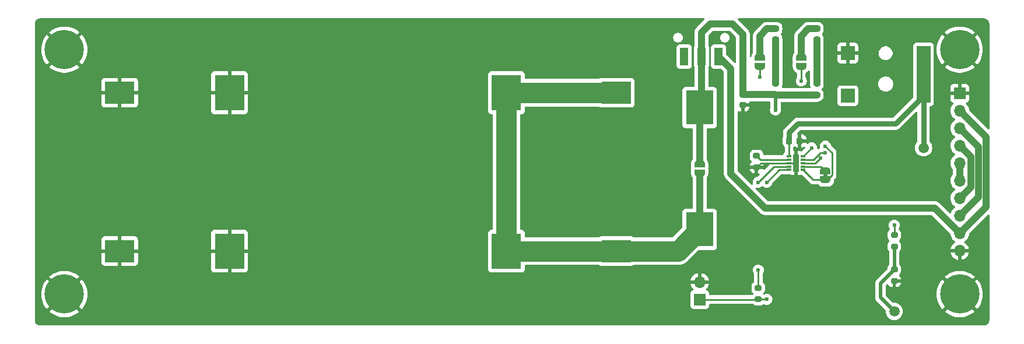
<source format=gbr>
%TF.GenerationSoftware,KiCad,Pcbnew,8.0.5*%
%TF.CreationDate,2024-11-12T19:59:19-08:00*%
%TF.ProjectId,newbatt,6e657762-6174-4742-9e6b-696361645f70,3*%
%TF.SameCoordinates,Original*%
%TF.FileFunction,Copper,L1,Top*%
%TF.FilePolarity,Positive*%
%FSLAX46Y46*%
G04 Gerber Fmt 4.6, Leading zero omitted, Abs format (unit mm)*
G04 Created by KiCad (PCBNEW 8.0.5) date 2024-11-12 19:59:19*
%MOMM*%
%LPD*%
G01*
G04 APERTURE LIST*
G04 Aperture macros list*
%AMRoundRect*
0 Rectangle with rounded corners*
0 $1 Rounding radius*
0 $2 $3 $4 $5 $6 $7 $8 $9 X,Y pos of 4 corners*
0 Add a 4 corners polygon primitive as box body*
4,1,4,$2,$3,$4,$5,$6,$7,$8,$9,$2,$3,0*
0 Add four circle primitives for the rounded corners*
1,1,$1+$1,$2,$3*
1,1,$1+$1,$4,$5*
1,1,$1+$1,$6,$7*
1,1,$1+$1,$8,$9*
0 Add four rect primitives between the rounded corners*
20,1,$1+$1,$2,$3,$4,$5,0*
20,1,$1+$1,$4,$5,$6,$7,0*
20,1,$1+$1,$6,$7,$8,$9,0*
20,1,$1+$1,$8,$9,$2,$3,0*%
%AMFreePoly0*
4,1,19,0.500000,-0.750000,0.000000,-0.750000,0.000000,-0.744911,-0.071157,-0.744911,-0.207708,-0.704816,-0.327430,-0.627875,-0.420627,-0.520320,-0.479746,-0.390866,-0.500000,-0.250000,-0.500000,0.250000,-0.479746,0.390866,-0.420627,0.520320,-0.327430,0.627875,-0.207708,0.704816,-0.071157,0.744911,0.000000,0.744911,0.000000,0.750000,0.500000,0.750000,0.500000,-0.750000,0.500000,-0.750000,
$1*%
%AMFreePoly1*
4,1,19,0.000000,0.744911,0.071157,0.744911,0.207708,0.704816,0.327430,0.627875,0.420627,0.520320,0.479746,0.390866,0.500000,0.250000,0.500000,-0.250000,0.479746,-0.390866,0.420627,-0.520320,0.327430,-0.627875,0.207708,-0.704816,0.071157,-0.744911,0.000000,-0.744911,0.000000,-0.750000,-0.500000,-0.750000,-0.500000,0.750000,0.000000,0.750000,0.000000,0.744911,0.000000,0.744911,
$1*%
G04 Aperture macros list end*
%TA.AperFunction,EtchedComponent*%
%ADD10C,0.000000*%
%TD*%
%TA.AperFunction,SMDPad,CuDef*%
%ADD11C,1.500000*%
%TD*%
%TA.AperFunction,SMDPad,CuDef*%
%ADD12FreePoly0,90.000000*%
%TD*%
%TA.AperFunction,SMDPad,CuDef*%
%ADD13FreePoly1,90.000000*%
%TD*%
%TA.AperFunction,SMDPad,CuDef*%
%ADD14R,4.000000X5.000000*%
%TD*%
%TA.AperFunction,ComponentPad*%
%ADD15C,3.600000*%
%TD*%
%TA.AperFunction,ConnectorPad*%
%ADD16C,5.700000*%
%TD*%
%TA.AperFunction,SMDPad,CuDef*%
%ADD17R,1.200000X2.500000*%
%TD*%
%TA.AperFunction,SMDPad,CuDef*%
%ADD18RoundRect,0.200000X0.275000X-0.200000X0.275000X0.200000X-0.275000X0.200000X-0.275000X-0.200000X0*%
%TD*%
%TA.AperFunction,SMDPad,CuDef*%
%ADD19R,4.300000X3.300000*%
%TD*%
%TA.AperFunction,SMDPad,CuDef*%
%ADD20R,4.300000X5.200000*%
%TD*%
%TA.AperFunction,SMDPad,CuDef*%
%ADD21RoundRect,0.225000X-0.250000X0.225000X-0.250000X-0.225000X0.250000X-0.225000X0.250000X0.225000X0*%
%TD*%
%TA.AperFunction,SMDPad,CuDef*%
%ADD22RoundRect,0.225000X-0.225000X-0.250000X0.225000X-0.250000X0.225000X0.250000X-0.225000X0.250000X0*%
%TD*%
%TA.AperFunction,SMDPad,CuDef*%
%ADD23RoundRect,0.200000X-0.275000X0.200000X-0.275000X-0.200000X0.275000X-0.200000X0.275000X0.200000X0*%
%TD*%
%TA.AperFunction,ComponentPad*%
%ADD24R,1.700000X1.700000*%
%TD*%
%TA.AperFunction,ComponentPad*%
%ADD25O,1.700000X1.700000*%
%TD*%
%TA.AperFunction,SMDPad,CuDef*%
%ADD26RoundRect,0.218750X-0.256250X0.218750X-0.256250X-0.218750X0.256250X-0.218750X0.256250X0.218750X0*%
%TD*%
%TA.AperFunction,SMDPad,CuDef*%
%ADD27R,2.000000X2.000000*%
%TD*%
%TA.AperFunction,SMDPad,CuDef*%
%ADD28R,0.660400X0.304800*%
%TD*%
%TA.AperFunction,ComponentPad*%
%ADD29C,0.508000*%
%TD*%
%TA.AperFunction,SMDPad,CuDef*%
%ADD30R,0.939800X2.514600*%
%TD*%
%TA.AperFunction,ViaPad*%
%ADD31C,0.600000*%
%TD*%
%TA.AperFunction,Conductor*%
%ADD32C,0.250000*%
%TD*%
%TA.AperFunction,Conductor*%
%ADD33C,0.750000*%
%TD*%
%TA.AperFunction,Conductor*%
%ADD34C,2.000000*%
%TD*%
%TA.AperFunction,Conductor*%
%ADD35C,1.000000*%
%TD*%
%TA.AperFunction,Conductor*%
%ADD36C,0.500000*%
%TD*%
%TA.AperFunction,Conductor*%
%ADD37C,3.000000*%
%TD*%
G04 APERTURE END LIST*
D10*
%TA.AperFunction,EtchedComponent*%
%TO.C,JP1*%
G36*
X130300000Y-38250000D02*
G01*
X129700000Y-38250000D01*
X129700000Y-37750000D01*
X130300000Y-37750000D01*
X130300000Y-38250000D01*
G37*
%TD.AperFunction*%
%TD*%
D11*
%TO.P,TP2,1,1*%
%TO.N,Net-(R4-Pad2)*%
X140000000Y-57750000D03*
%TD*%
D12*
%TO.P,JP8,1,A*%
%TO.N,Net-(BT1-+)*%
X111750000Y-37650000D03*
D13*
%TO.P,JP8,2,B*%
%TO.N,Net-(JP8-B)*%
X111750000Y-36350000D03*
%TD*%
D14*
%TO.P,F1,1*%
%TO.N,Net-(BT1-+)*%
X111750000Y-45850000D03*
%TO.P,F1,2*%
%TO.N,Net-(JP8-B)*%
X111750000Y-28150000D03*
%TD*%
D15*
%TO.P,H4,1,1*%
%TO.N,0*%
X149500000Y-55250000D03*
D16*
X149500000Y-55250000D03*
%TD*%
D15*
%TO.P,H1,1,1*%
%TO.N,0*%
X19500000Y-19750000D03*
D16*
X19500000Y-19750000D03*
%TD*%
D17*
%TO.P,S1,1*%
%TO.N,Net-(J2-Pin_2)*%
X114500000Y-20750000D03*
%TO.P,S1,2*%
%TO.N,Net-(JP8-B)*%
X112000000Y-20750000D03*
%TO.P,S1,3*%
%TO.N,unconnected-(S1-Pad3)*%
X109500000Y-20750000D03*
%TD*%
D18*
%TO.P,R2,1*%
%TO.N,Net-(JP8-B)*%
X128750000Y-26325000D03*
%TO.P,R2,2*%
%TO.N,Net-(D1-A)*%
X128750000Y-24675000D03*
%TD*%
D19*
%TO.P,BT2,1,+*%
%TO.N,Net-(BT1-+)*%
X99635000Y-26000000D03*
D20*
X83685000Y-26000000D03*
%TO.P,BT2,2,-*%
%TO.N,0*%
X43485000Y-26000000D03*
D19*
X27535000Y-26000000D03*
%TD*%
%TO.P,BT1,1,+*%
%TO.N,Net-(BT1-+)*%
X99635000Y-49000000D03*
D20*
X83685000Y-49000000D03*
%TO.P,BT1,2,-*%
%TO.N,0*%
X43485000Y-49000000D03*
D19*
X27535000Y-49000000D03*
%TD*%
D12*
%TO.P,JP1,1,A*%
%TO.N,/~{PG}*%
X130000000Y-38650000D03*
D13*
%TO.P,JP1,2,B*%
%TO.N,Net-(JP1-B)*%
X130000000Y-37350000D03*
%TD*%
D15*
%TO.P,H3,1,1*%
%TO.N,0*%
X149500000Y-19750000D03*
D16*
X149500000Y-19750000D03*
%TD*%
D21*
%TO.P,C2,1*%
%TO.N,Net-(JP8-B)*%
X118000000Y-26250000D03*
%TO.P,C2,2*%
%TO.N,0*%
X118000000Y-27800000D03*
%TD*%
D22*
%TO.P,C1,1*%
%TO.N,Net-(U1-VBUS)*%
X124725000Y-33000000D03*
%TO.P,C1,2*%
%TO.N,0*%
X126275000Y-33000000D03*
%TD*%
D23*
%TO.P,R1,1*%
%TO.N,Net-(U1-ISET)*%
X120000000Y-35175000D03*
%TO.P,R1,2*%
%TO.N,0*%
X120000000Y-36825000D03*
%TD*%
D24*
%TO.P,J2,1,Pin_1*%
%TO.N,0*%
X149500000Y-26070000D03*
D25*
%TO.P,J2,2,Pin_2*%
%TO.N,Net-(J2-Pin_2)*%
X149500000Y-28610000D03*
%TO.P,J2,3,Pin_3*%
%TO.N,/~{PG}*%
X149500000Y-31150000D03*
%TO.P,J2,4,Pin_4*%
%TO.N,/~{CHG}*%
X149500000Y-33690000D03*
%TO.P,J2,5,Pin_5*%
%TO.N,/VDPM*%
X149500000Y-36230000D03*
%TO.P,J2,6,Pin_6*%
X149500000Y-38770000D03*
%TO.P,J2,7,Pin_7*%
%TO.N,/~{CHG}*%
X149500000Y-41310000D03*
%TO.P,J2,8,Pin_8*%
%TO.N,/~{PG}*%
X149500000Y-43850000D03*
%TO.P,J2,9,Pin_9*%
%TO.N,Net-(J2-Pin_2)*%
X149500000Y-46390000D03*
%TO.P,J2,10,Pin_10*%
%TO.N,0*%
X149500000Y-48930000D03*
%TD*%
D12*
%TO.P,JP3,1,A*%
%TO.N,/~{PG}*%
X120500000Y-22150000D03*
D13*
%TO.P,JP3,2,B*%
%TO.N,Net-(D2-K)*%
X120500000Y-20850000D03*
%TD*%
D11*
%TO.P,TP1,1,1*%
%TO.N,Net-(U1-VBUS)*%
X144250000Y-34000000D03*
%TD*%
D26*
%TO.P,D2,1,K*%
%TO.N,Net-(D2-K)*%
X122750000Y-16712500D03*
%TO.P,D2,2,A*%
%TO.N,Net-(D2-A)*%
X122750000Y-18287500D03*
%TD*%
D23*
%TO.P,RT1,1*%
%TO.N,Net-(U1-VTSB)*%
X120250000Y-54350000D03*
%TO.P,RT1,2*%
%TO.N,Net-(U1-TS)*%
X120250000Y-56000000D03*
%TD*%
D27*
%TO.P,J1,1*%
%TO.N,Net-(U1-VBUS)*%
X144250000Y-26450000D03*
X144250000Y-20250000D03*
%TO.P,J1,2*%
%TO.N,0*%
X133250000Y-20250000D03*
%TO.P,J1,3*%
%TO.N,unconnected-(J1-Pad3)*%
X133250000Y-26450000D03*
%TD*%
D28*
%TO.P,U1,1,VBUS*%
%TO.N,Net-(U1-VBUS)*%
X124721300Y-35212599D03*
%TO.P,U1,2,ISET*%
%TO.N,Net-(U1-ISET)*%
X124721300Y-35712601D03*
%TO.P,U1,3,VSS*%
%TO.N,0*%
X124721300Y-36212600D03*
%TO.P,U1,4,VTSB*%
%TO.N,Net-(U1-VTSB)*%
X124721300Y-36712599D03*
%TO.P,U1,5,TS*%
%TO.N,Net-(U1-TS)*%
X124721300Y-37212601D03*
%TO.P,U1,6,~{PG}*%
%TO.N,/~{PG}*%
X126778700Y-37212601D03*
%TO.P,U1,7,~{EN}*%
%TO.N,Net-(JP1-B)*%
X126778700Y-36712599D03*
%TO.P,U1,8,~{CHG}*%
%TO.N,/~{CHG}*%
X126778700Y-36212600D03*
%TO.P,U1,9,VDPM*%
%TO.N,/VDPM*%
X126778700Y-35712601D03*
%TO.P,U1,10,BAT*%
%TO.N,Net-(JP8-B)*%
X126778700Y-35212599D03*
D29*
%TO.P,U1,11,EPAD*%
%TO.N,0*%
X125750000Y-35425200D03*
X125750000Y-36212600D03*
D30*
X125750000Y-36212600D03*
D29*
X125750000Y-37000000D03*
%TD*%
D18*
%TO.P,R3,1*%
%TO.N,Net-(JP8-B)*%
X122750000Y-26325000D03*
%TO.P,R3,2*%
%TO.N,Net-(D2-A)*%
X122750000Y-24675000D03*
%TD*%
D12*
%TO.P,JP2,1,A*%
%TO.N,/~{CHG}*%
X126500000Y-22150000D03*
D13*
%TO.P,JP2,2,B*%
%TO.N,Net-(D1-K)*%
X126500000Y-20850000D03*
%TD*%
D26*
%TO.P,D1,1,K*%
%TO.N,Net-(D1-K)*%
X128750000Y-16712500D03*
%TO.P,D1,2,A*%
%TO.N,Net-(D1-A)*%
X128750000Y-18287500D03*
%TD*%
D24*
%TO.P,TH1,1*%
%TO.N,Net-(U1-TS)*%
X111750000Y-56025000D03*
D25*
%TO.P,TH1,2*%
%TO.N,0*%
X111750000Y-53485000D03*
%TD*%
D23*
%TO.P,R4,1*%
%TO.N,Net-(JP8-B)*%
X140000000Y-46675000D03*
%TO.P,R4,2*%
%TO.N,Net-(R4-Pad2)*%
X140000000Y-48325000D03*
%TD*%
%TO.P,R5,1*%
%TO.N,Net-(R4-Pad2)*%
X140000000Y-51675000D03*
%TO.P,R5,2*%
%TO.N,0*%
X140000000Y-53325000D03*
%TD*%
D15*
%TO.P,H2,1,1*%
%TO.N,0*%
X19500000Y-55250000D03*
D16*
X19500000Y-55250000D03*
%TD*%
D31*
%TO.N,/VDPM*%
X130000000Y-34750000D03*
%TO.N,/~{PG}*%
X120500000Y-23750000D03*
X130000000Y-33750000D03*
%TO.N,/~{CHG}*%
X129250000Y-35500000D03*
X126500000Y-24275000D03*
%TO.N,Net-(U1-TS)*%
X121500000Y-39000000D03*
X121500000Y-56000000D03*
%TO.N,Net-(U1-VTSB)*%
X120250000Y-51750000D03*
X120250000Y-39000000D03*
%TO.N,Net-(JP8-B)*%
X122750000Y-28500000D03*
X128000000Y-34000000D03*
X140000000Y-45250000D03*
%TD*%
D32*
%TO.N,0*%
X120612400Y-36212600D02*
X120000000Y-36825000D01*
X124721300Y-36212600D02*
X120612400Y-36212600D01*
X124721300Y-36212600D02*
X125750000Y-36212600D01*
D33*
%TO.N,Net-(U1-VBUS)*%
X124725000Y-33000000D02*
X124725000Y-31775000D01*
X140200000Y-30500000D02*
X144250000Y-26450000D01*
D32*
X124721300Y-33003700D02*
X124725000Y-33000000D01*
D34*
X144250000Y-20250000D02*
X144250000Y-26450000D01*
D33*
X126000000Y-30500000D02*
X140200000Y-30500000D01*
D32*
X124721300Y-35212599D02*
X124721300Y-33003700D01*
D33*
X144250000Y-26450000D02*
X144250000Y-34000000D01*
X124725000Y-31775000D02*
X126000000Y-30500000D01*
D32*
%TO.N,/VDPM*%
X128287399Y-35712601D02*
X126778700Y-35712601D01*
D35*
X149500000Y-36230000D02*
X149500000Y-38770000D01*
D32*
X130000000Y-34750000D02*
X129250000Y-34750000D01*
X129250000Y-34750000D02*
X128287399Y-35712601D01*
%TO.N,/~{PG}*%
X130980000Y-37945271D02*
X130275271Y-38650000D01*
X120500000Y-22150000D02*
X120500000Y-23750000D01*
D35*
X152200000Y-41150000D02*
X149500000Y-43850000D01*
D32*
X130000000Y-33750000D02*
X130980000Y-34730000D01*
X130275271Y-38650000D02*
X130000000Y-38650000D01*
X128216099Y-38650000D02*
X130000000Y-38650000D01*
D35*
X152200000Y-33850000D02*
X152200000Y-41150000D01*
D32*
X130980000Y-34730000D02*
X130980000Y-37945271D01*
X126778700Y-37212601D02*
X128216099Y-38650000D01*
D35*
X149500000Y-31150000D02*
X152200000Y-33850000D01*
%TO.N,Net-(J2-Pin_2)*%
X116250000Y-22500000D02*
X116250000Y-37750000D01*
X116250000Y-37750000D02*
X121250000Y-42750000D01*
X121250000Y-42750000D02*
X145860000Y-42750000D01*
X149500000Y-28610000D02*
X153300000Y-32410000D01*
X153300000Y-42590000D02*
X149500000Y-46390000D01*
X153300000Y-32410000D02*
X153300000Y-42590000D01*
X114500000Y-20750000D02*
X116250000Y-22500000D01*
X145860000Y-42750000D02*
X149500000Y-46390000D01*
%TO.N,/~{CHG}*%
X149500000Y-33690000D02*
X151100000Y-35290000D01*
D32*
X129250000Y-35500000D02*
X128537400Y-36212600D01*
X128537400Y-36212600D02*
X126778700Y-36212600D01*
X126500000Y-22150000D02*
X126500000Y-24275000D01*
D35*
X151100000Y-39710000D02*
X149500000Y-41310000D01*
X151100000Y-35290000D02*
X151100000Y-39710000D01*
%TO.N,Net-(D1-A)*%
X128750000Y-18287500D02*
X128750000Y-24675000D01*
%TO.N,Net-(D1-K)*%
X127537500Y-16712500D02*
X126500000Y-17750000D01*
X128750000Y-16712500D02*
X127537500Y-16712500D01*
X126500000Y-17750000D02*
X126500000Y-20850000D01*
%TO.N,Net-(D2-A)*%
X122750000Y-18287500D02*
X122750000Y-24675000D01*
%TO.N,Net-(D2-K)*%
X121537500Y-16712500D02*
X120500000Y-17750000D01*
X120500000Y-17750000D02*
X120500000Y-20850000D01*
X122750000Y-16712500D02*
X121537500Y-16712500D01*
D32*
%TO.N,Net-(JP1-B)*%
X129362599Y-36712599D02*
X130000000Y-37350000D01*
X126778700Y-36712599D02*
X129362599Y-36712599D01*
%TO.N,Net-(U1-ISET)*%
X120537601Y-35712601D02*
X120000000Y-35175000D01*
X124721300Y-35712601D02*
X120537601Y-35712601D01*
D36*
%TO.N,Net-(R4-Pad2)*%
X140000000Y-51675000D02*
X138000000Y-53675000D01*
X138000000Y-55750000D02*
X140000000Y-57750000D01*
X140000000Y-48325000D02*
X140000000Y-51675000D01*
X138000000Y-53675000D02*
X138000000Y-55750000D01*
D32*
%TO.N,Net-(U1-TS)*%
X123287399Y-37212601D02*
X121500000Y-39000000D01*
X111750000Y-56025000D02*
X120225000Y-56025000D01*
X121500000Y-56000000D02*
X120250000Y-56000000D01*
X124721300Y-37212601D02*
X123287399Y-37212601D01*
%TO.N,Net-(U1-VTSB)*%
X124721300Y-36712599D02*
X122537401Y-36712599D01*
X120250000Y-54350000D02*
X120250000Y-51750000D01*
X122537401Y-36712599D02*
X120250000Y-39000000D01*
D35*
%TO.N,Net-(JP8-B)*%
X111750000Y-36350000D02*
X111750000Y-28150000D01*
D32*
X126787401Y-35212599D02*
X126778700Y-35212599D01*
D35*
X116500000Y-16000000D02*
X118000000Y-17500000D01*
X112000000Y-20750000D02*
X112000000Y-17250000D01*
X113250000Y-16000000D02*
X116500000Y-16000000D01*
D32*
X128000000Y-34000000D02*
X126787401Y-35212599D01*
D35*
X112000000Y-20750000D02*
X112000000Y-27900000D01*
D36*
X122750000Y-28500000D02*
X122750000Y-26325000D01*
D35*
X112000000Y-17250000D02*
X113250000Y-16000000D01*
X122675000Y-26250000D02*
X122750000Y-26325000D01*
D32*
X140000000Y-45250000D02*
X140000000Y-46675000D01*
D35*
X118000000Y-26250000D02*
X122675000Y-26250000D01*
X118000000Y-17500000D02*
X118000000Y-26250000D01*
X128750000Y-26325000D02*
X122750000Y-26325000D01*
D37*
%TO.N,Net-(BT1-+)*%
X83685000Y-49000000D02*
X108600000Y-49000000D01*
X99635000Y-26000000D02*
X83685000Y-26000000D01*
D35*
X111750000Y-37650000D02*
X111750000Y-45850000D01*
D37*
X108600000Y-49000000D02*
X111750000Y-45850000D01*
X83685000Y-26000000D02*
X83685000Y-49000000D01*
%TD*%
%TA.AperFunction,Conductor*%
%TO.N,0*%
G36*
X112402256Y-15220185D02*
G01*
X112448011Y-15272989D01*
X112457955Y-15342147D01*
X112428930Y-15405703D01*
X112422898Y-15412181D01*
X111362221Y-16472858D01*
X111362218Y-16472861D01*
X111317712Y-16517367D01*
X111222859Y-16612219D01*
X111113371Y-16776080D01*
X111113366Y-16776089D01*
X111077215Y-16863368D01*
X111037949Y-16958163D01*
X111037947Y-16958171D01*
X111018724Y-17054812D01*
X110999500Y-17151455D01*
X110999500Y-19158561D01*
X110979815Y-19225600D01*
X110974767Y-19232872D01*
X110956204Y-19257668D01*
X110956202Y-19257671D01*
X110905908Y-19392517D01*
X110905486Y-19396447D01*
X110899501Y-19452123D01*
X110899500Y-19452135D01*
X110899500Y-22047870D01*
X110899501Y-22047876D01*
X110905908Y-22107483D01*
X110956203Y-22242329D01*
X110974766Y-22267126D01*
X110999184Y-22332590D01*
X110999500Y-22341438D01*
X110999500Y-25025500D01*
X110979815Y-25092539D01*
X110927011Y-25138294D01*
X110875500Y-25149500D01*
X109702129Y-25149500D01*
X109702123Y-25149501D01*
X109642516Y-25155908D01*
X109507671Y-25206202D01*
X109507664Y-25206206D01*
X109392455Y-25292452D01*
X109392452Y-25292455D01*
X109306206Y-25407664D01*
X109306202Y-25407671D01*
X109255908Y-25542517D01*
X109249501Y-25602116D01*
X109249501Y-25602123D01*
X109249500Y-25602135D01*
X109249500Y-30697870D01*
X109249501Y-30697876D01*
X109255908Y-30757483D01*
X109306202Y-30892328D01*
X109306206Y-30892335D01*
X109392452Y-31007544D01*
X109392455Y-31007547D01*
X109507664Y-31093793D01*
X109507671Y-31093797D01*
X109642517Y-31144091D01*
X109642516Y-31144091D01*
X109649444Y-31144835D01*
X109702127Y-31150500D01*
X110625500Y-31150499D01*
X110692539Y-31170183D01*
X110738294Y-31222987D01*
X110749500Y-31274499D01*
X110749500Y-35634436D01*
X110729815Y-35701475D01*
X110719215Y-35715637D01*
X110692987Y-35745906D01*
X110692982Y-35745912D01*
X110615255Y-35866857D01*
X110615252Y-35866863D01*
X110555483Y-35997741D01*
X110514977Y-36135691D01*
X110514974Y-36135703D01*
X110494500Y-36278110D01*
X110494500Y-36850002D01*
X110499644Y-36921939D01*
X110510603Y-36959262D01*
X110514363Y-37011841D01*
X110494500Y-37149998D01*
X110494500Y-37721889D01*
X110514974Y-37864296D01*
X110514976Y-37864304D01*
X110555483Y-38002259D01*
X110582778Y-38062028D01*
X110615252Y-38133136D01*
X110615253Y-38133138D01*
X110689376Y-38248476D01*
X110690194Y-38249913D01*
X110692987Y-38254095D01*
X110719212Y-38284360D01*
X110748238Y-38347914D01*
X110749500Y-38365563D01*
X110749500Y-42725500D01*
X110729815Y-42792539D01*
X110677011Y-42838294D01*
X110625500Y-42849500D01*
X109702129Y-42849500D01*
X109702123Y-42849501D01*
X109642516Y-42855908D01*
X109507671Y-42906202D01*
X109507664Y-42906206D01*
X109392455Y-42992452D01*
X109392452Y-42992455D01*
X109306206Y-43107664D01*
X109306202Y-43107671D01*
X109255908Y-43242517D01*
X109249501Y-43302116D01*
X109249501Y-43302123D01*
X109249500Y-43302135D01*
X109249500Y-45470003D01*
X109229815Y-45537042D01*
X109213181Y-45557684D01*
X107807685Y-46963181D01*
X107746362Y-46996666D01*
X107720004Y-46999500D01*
X102193231Y-46999500D01*
X102126192Y-46979815D01*
X102118920Y-46974767D01*
X102027331Y-46906204D01*
X102027328Y-46906202D01*
X101892482Y-46855908D01*
X101892483Y-46855908D01*
X101832883Y-46849501D01*
X101832881Y-46849500D01*
X101832873Y-46849500D01*
X101832864Y-46849500D01*
X97437129Y-46849500D01*
X97437123Y-46849501D01*
X97377516Y-46855908D01*
X97242671Y-46906202D01*
X97242668Y-46906204D01*
X97151080Y-46974767D01*
X97085615Y-46999184D01*
X97076769Y-46999500D01*
X86459499Y-46999500D01*
X86392460Y-46979815D01*
X86346705Y-46927011D01*
X86335499Y-46875500D01*
X86335499Y-46352129D01*
X86335498Y-46352123D01*
X86335497Y-46352116D01*
X86329091Y-46292517D01*
X86289136Y-46185393D01*
X86278797Y-46157671D01*
X86278793Y-46157664D01*
X86192547Y-46042455D01*
X86192544Y-46042452D01*
X86077335Y-45956206D01*
X86077328Y-45956202D01*
X85942482Y-45905908D01*
X85942483Y-45905908D01*
X85882883Y-45899501D01*
X85882881Y-45899500D01*
X85882873Y-45899500D01*
X85882865Y-45899500D01*
X85809500Y-45899500D01*
X85742461Y-45879815D01*
X85696706Y-45827011D01*
X85685500Y-45775500D01*
X85685500Y-29224499D01*
X85705185Y-29157460D01*
X85757989Y-29111705D01*
X85809500Y-29100499D01*
X85882871Y-29100499D01*
X85882872Y-29100499D01*
X85942483Y-29094091D01*
X86077331Y-29043796D01*
X86192546Y-28957546D01*
X86278796Y-28842331D01*
X86329091Y-28707483D01*
X86335500Y-28647873D01*
X86335500Y-28124500D01*
X86355185Y-28057461D01*
X86407989Y-28011706D01*
X86459500Y-28000500D01*
X97076769Y-28000500D01*
X97143808Y-28020185D01*
X97151080Y-28025233D01*
X97184165Y-28050000D01*
X97242073Y-28093350D01*
X97242668Y-28093795D01*
X97242671Y-28093797D01*
X97377517Y-28144091D01*
X97377516Y-28144091D01*
X97384444Y-28144835D01*
X97437127Y-28150500D01*
X101832872Y-28150499D01*
X101892483Y-28144091D01*
X102027331Y-28093796D01*
X102142546Y-28007546D01*
X102228796Y-27892331D01*
X102279091Y-27757483D01*
X102285500Y-27697873D01*
X102285499Y-24302128D01*
X102279091Y-24242517D01*
X102228884Y-24107906D01*
X102228797Y-24107671D01*
X102228793Y-24107664D01*
X102142547Y-23992455D01*
X102142544Y-23992452D01*
X102027335Y-23906206D01*
X102027328Y-23906202D01*
X101892482Y-23855908D01*
X101892483Y-23855908D01*
X101832883Y-23849501D01*
X101832881Y-23849500D01*
X101832873Y-23849500D01*
X101832864Y-23849500D01*
X97437129Y-23849500D01*
X97437123Y-23849501D01*
X97377516Y-23855908D01*
X97242671Y-23906202D01*
X97242668Y-23906204D01*
X97151080Y-23974767D01*
X97085615Y-23999184D01*
X97076769Y-23999500D01*
X86459499Y-23999500D01*
X86392460Y-23979815D01*
X86346705Y-23927011D01*
X86335499Y-23875500D01*
X86335499Y-23352129D01*
X86335498Y-23352123D01*
X86335497Y-23352116D01*
X86329091Y-23292517D01*
X86321109Y-23271117D01*
X86278797Y-23157671D01*
X86278793Y-23157664D01*
X86192547Y-23042455D01*
X86192544Y-23042452D01*
X86077335Y-22956206D01*
X86077328Y-22956202D01*
X85942482Y-22905908D01*
X85942483Y-22905908D01*
X85882883Y-22899501D01*
X85882881Y-22899500D01*
X85882873Y-22899500D01*
X85882864Y-22899500D01*
X81487129Y-22899500D01*
X81487123Y-22899501D01*
X81427516Y-22905908D01*
X81292671Y-22956202D01*
X81292664Y-22956206D01*
X81177455Y-23042452D01*
X81177452Y-23042455D01*
X81091206Y-23157664D01*
X81091202Y-23157671D01*
X81040908Y-23292517D01*
X81034501Y-23352116D01*
X81034501Y-23352123D01*
X81034500Y-23352135D01*
X81034500Y-28647870D01*
X81034501Y-28647876D01*
X81040908Y-28707483D01*
X81091202Y-28842328D01*
X81091206Y-28842335D01*
X81177452Y-28957544D01*
X81177455Y-28957547D01*
X81292664Y-29043793D01*
X81292671Y-29043797D01*
X81337618Y-29060561D01*
X81427517Y-29094091D01*
X81487127Y-29100500D01*
X81560500Y-29100499D01*
X81627538Y-29120183D01*
X81673294Y-29172986D01*
X81684500Y-29224499D01*
X81684500Y-45775500D01*
X81664815Y-45842539D01*
X81612011Y-45888294D01*
X81560502Y-45899500D01*
X81487130Y-45899500D01*
X81487123Y-45899501D01*
X81427516Y-45905908D01*
X81292671Y-45956202D01*
X81292664Y-45956206D01*
X81177455Y-46042452D01*
X81177452Y-46042455D01*
X81091206Y-46157664D01*
X81091202Y-46157671D01*
X81040908Y-46292517D01*
X81034965Y-46347804D01*
X81034501Y-46352123D01*
X81034500Y-46352135D01*
X81034500Y-51647870D01*
X81034501Y-51647876D01*
X81040908Y-51707483D01*
X81091202Y-51842328D01*
X81091206Y-51842335D01*
X81177452Y-51957544D01*
X81177455Y-51957547D01*
X81292664Y-52043793D01*
X81292671Y-52043797D01*
X81427517Y-52094091D01*
X81427516Y-52094091D01*
X81434444Y-52094835D01*
X81487127Y-52100500D01*
X85882872Y-52100499D01*
X85942483Y-52094091D01*
X86077331Y-52043796D01*
X86192546Y-51957546D01*
X86278796Y-51842331D01*
X86329091Y-51707483D01*
X86335500Y-51647873D01*
X86335500Y-51124500D01*
X86355185Y-51057461D01*
X86407989Y-51011706D01*
X86459500Y-51000500D01*
X97076769Y-51000500D01*
X97143808Y-51020185D01*
X97151080Y-51025233D01*
X97194132Y-51057461D01*
X97242073Y-51093350D01*
X97242668Y-51093795D01*
X97242671Y-51093797D01*
X97377517Y-51144091D01*
X97377516Y-51144091D01*
X97384444Y-51144835D01*
X97437127Y-51150500D01*
X101832872Y-51150499D01*
X101892483Y-51144091D01*
X102027331Y-51093796D01*
X102085819Y-51050011D01*
X102118920Y-51025233D01*
X102184385Y-51000816D01*
X102193231Y-51000500D01*
X108731113Y-51000500D01*
X108731120Y-51000500D01*
X108861118Y-50983385D01*
X108991116Y-50966271D01*
X109244419Y-50898398D01*
X109486697Y-50798043D01*
X109660197Y-50697873D01*
X109660199Y-50697871D01*
X109660201Y-50697871D01*
X109713788Y-50666933D01*
X109713791Y-50666930D01*
X109713803Y-50666924D01*
X109804131Y-50597611D01*
X109921851Y-50507283D01*
X111542315Y-48886817D01*
X111603638Y-48853333D01*
X111629996Y-48850499D01*
X113797871Y-48850499D01*
X113797872Y-48850499D01*
X113857483Y-48844091D01*
X113992331Y-48793796D01*
X114107546Y-48707546D01*
X114193796Y-48592331D01*
X114244091Y-48457483D01*
X114250500Y-48397873D01*
X114250499Y-43302128D01*
X114244091Y-43242517D01*
X114193796Y-43107669D01*
X114193795Y-43107668D01*
X114193793Y-43107664D01*
X114107547Y-42992455D01*
X114107544Y-42992452D01*
X113992335Y-42906206D01*
X113992328Y-42906202D01*
X113857482Y-42855908D01*
X113857483Y-42855908D01*
X113797883Y-42849501D01*
X113797881Y-42849500D01*
X113797873Y-42849500D01*
X113797865Y-42849500D01*
X112874500Y-42849500D01*
X112807461Y-42829815D01*
X112761706Y-42777011D01*
X112750500Y-42725500D01*
X112750500Y-38365562D01*
X112770185Y-38298523D01*
X112780788Y-38284359D01*
X112807009Y-38254098D01*
X112807009Y-38254097D01*
X112807015Y-38254091D01*
X112884747Y-38133137D01*
X112944517Y-38002259D01*
X112985024Y-37864304D01*
X113005500Y-37721889D01*
X113005500Y-37150000D01*
X113000355Y-37078060D01*
X112999456Y-37075000D01*
X112989397Y-37040741D01*
X112985636Y-36988158D01*
X112987405Y-36975854D01*
X113005500Y-36850000D01*
X113005500Y-36278111D01*
X112985024Y-36135696D01*
X112944517Y-35997741D01*
X112884747Y-35866863D01*
X112873603Y-35849523D01*
X112810623Y-35751523D01*
X112809802Y-35750081D01*
X112807014Y-35745906D01*
X112780786Y-35715637D01*
X112751762Y-35652081D01*
X112750500Y-35634435D01*
X112750500Y-31274499D01*
X112770185Y-31207460D01*
X112822989Y-31161705D01*
X112874500Y-31150499D01*
X113797871Y-31150499D01*
X113797872Y-31150499D01*
X113857483Y-31144091D01*
X113992331Y-31093796D01*
X114107546Y-31007546D01*
X114193796Y-30892331D01*
X114244091Y-30757483D01*
X114250500Y-30697873D01*
X114250499Y-25602128D01*
X114244091Y-25542517D01*
X114228233Y-25500000D01*
X114193797Y-25407671D01*
X114193793Y-25407664D01*
X114107547Y-25292455D01*
X114107544Y-25292452D01*
X113992335Y-25206206D01*
X113992328Y-25206202D01*
X113857482Y-25155908D01*
X113857483Y-25155908D01*
X113797883Y-25149501D01*
X113797881Y-25149500D01*
X113797873Y-25149500D01*
X113797865Y-25149500D01*
X113124500Y-25149500D01*
X113057461Y-25129815D01*
X113011706Y-25077011D01*
X113000500Y-25025500D01*
X113000500Y-22341438D01*
X113020185Y-22274399D01*
X113025234Y-22267126D01*
X113043796Y-22242331D01*
X113051421Y-22221889D01*
X113094091Y-22107482D01*
X113100500Y-22047873D01*
X113100499Y-19452128D01*
X113095299Y-19403757D01*
X113094091Y-19392516D01*
X113043797Y-19257671D01*
X113043795Y-19257668D01*
X113025233Y-19232872D01*
X113000816Y-19167408D01*
X113000500Y-19158561D01*
X113000500Y-18068995D01*
X114699499Y-18068995D01*
X114726418Y-18204322D01*
X114726421Y-18204332D01*
X114779221Y-18331804D01*
X114779228Y-18331817D01*
X114855885Y-18446541D01*
X114855888Y-18446545D01*
X114953454Y-18544111D01*
X114953458Y-18544114D01*
X115068182Y-18620771D01*
X115068195Y-18620778D01*
X115195667Y-18673578D01*
X115195672Y-18673580D01*
X115195676Y-18673580D01*
X115195677Y-18673581D01*
X115331004Y-18700500D01*
X115331007Y-18700500D01*
X115468995Y-18700500D01*
X115578226Y-18678772D01*
X115604328Y-18673580D01*
X115731811Y-18620775D01*
X115846542Y-18544114D01*
X115944114Y-18446542D01*
X116020775Y-18331811D01*
X116073580Y-18204328D01*
X116095602Y-18093616D01*
X116100500Y-18068995D01*
X116100500Y-17931004D01*
X116073581Y-17795677D01*
X116073580Y-17795676D01*
X116073580Y-17795672D01*
X116059924Y-17762704D01*
X116020778Y-17668195D01*
X116020771Y-17668182D01*
X115944114Y-17553458D01*
X115944111Y-17553454D01*
X115846545Y-17455888D01*
X115846541Y-17455885D01*
X115731817Y-17379228D01*
X115731804Y-17379221D01*
X115604332Y-17326421D01*
X115604322Y-17326418D01*
X115468995Y-17299500D01*
X115468993Y-17299500D01*
X115331007Y-17299500D01*
X115331005Y-17299500D01*
X115195677Y-17326418D01*
X115195667Y-17326421D01*
X115068195Y-17379221D01*
X115068182Y-17379228D01*
X114953458Y-17455885D01*
X114953454Y-17455888D01*
X114855888Y-17553454D01*
X114855885Y-17553458D01*
X114779228Y-17668182D01*
X114779221Y-17668195D01*
X114726421Y-17795667D01*
X114726418Y-17795677D01*
X114699500Y-17931004D01*
X114699500Y-17931007D01*
X114699500Y-18068993D01*
X114699500Y-18068995D01*
X114699499Y-18068995D01*
X113000500Y-18068995D01*
X113000500Y-17715782D01*
X113020185Y-17648743D01*
X113036819Y-17628101D01*
X113628101Y-17036819D01*
X113689424Y-17003334D01*
X113715782Y-17000500D01*
X116034218Y-17000500D01*
X116101257Y-17020185D01*
X116121899Y-17036819D01*
X116963181Y-17878101D01*
X116996666Y-17939424D01*
X116999500Y-17965782D01*
X116999500Y-21535217D01*
X116979815Y-21602256D01*
X116927011Y-21648011D01*
X116857853Y-21657955D01*
X116794297Y-21628930D01*
X116787819Y-21622898D01*
X115636818Y-20471897D01*
X115603333Y-20410574D01*
X115600499Y-20384216D01*
X115600499Y-19452129D01*
X115600498Y-19452123D01*
X115600497Y-19452116D01*
X115595299Y-19403757D01*
X115594091Y-19392516D01*
X115543797Y-19257671D01*
X115543793Y-19257664D01*
X115457547Y-19142455D01*
X115457544Y-19142452D01*
X115342335Y-19056206D01*
X115342328Y-19056202D01*
X115207482Y-19005908D01*
X115207483Y-19005908D01*
X115147883Y-18999501D01*
X115147881Y-18999500D01*
X115147873Y-18999500D01*
X115147864Y-18999500D01*
X113852129Y-18999500D01*
X113852123Y-18999501D01*
X113792516Y-19005908D01*
X113657671Y-19056202D01*
X113657664Y-19056206D01*
X113542455Y-19142452D01*
X113542452Y-19142455D01*
X113456206Y-19257664D01*
X113456202Y-19257671D01*
X113405908Y-19392517D01*
X113405486Y-19396447D01*
X113399501Y-19452123D01*
X113399500Y-19452135D01*
X113399500Y-22047870D01*
X113399501Y-22047876D01*
X113405908Y-22107483D01*
X113456202Y-22242328D01*
X113456206Y-22242335D01*
X113542452Y-22357544D01*
X113542455Y-22357547D01*
X113657664Y-22443793D01*
X113657671Y-22443797D01*
X113792517Y-22494091D01*
X113792516Y-22494091D01*
X113799444Y-22494835D01*
X113852127Y-22500500D01*
X114784216Y-22500499D01*
X114851255Y-22520183D01*
X114871897Y-22536818D01*
X115213181Y-22878101D01*
X115246666Y-22939424D01*
X115249500Y-22965782D01*
X115249500Y-37848543D01*
X115256427Y-37883365D01*
X115256427Y-37883368D01*
X115280995Y-38006878D01*
X115287947Y-38041829D01*
X115287949Y-38041837D01*
X115363364Y-38223907D01*
X115363371Y-38223920D01*
X115472860Y-38387781D01*
X115472863Y-38387785D01*
X115616537Y-38531459D01*
X115616559Y-38531479D01*
X120469735Y-43384655D01*
X120469764Y-43384686D01*
X120612214Y-43527136D01*
X120612218Y-43527139D01*
X120776079Y-43636628D01*
X120776092Y-43636635D01*
X120904833Y-43689961D01*
X120947744Y-43707735D01*
X120958164Y-43712051D01*
X121054812Y-43731275D01*
X121103135Y-43740887D01*
X121151458Y-43750500D01*
X121151459Y-43750500D01*
X121151460Y-43750500D01*
X121348540Y-43750500D01*
X145394218Y-43750500D01*
X145461257Y-43770185D01*
X145481899Y-43786819D01*
X148118108Y-46423029D01*
X148151593Y-46484352D01*
X148153955Y-46499901D01*
X148164936Y-46625403D01*
X148164938Y-46625413D01*
X148226094Y-46853655D01*
X148226096Y-46853659D01*
X148226097Y-46853663D01*
X148295359Y-47002196D01*
X148325965Y-47067830D01*
X148325967Y-47067834D01*
X148461501Y-47261395D01*
X148461506Y-47261402D01*
X148628597Y-47428493D01*
X148628603Y-47428498D01*
X148814594Y-47558730D01*
X148858219Y-47613307D01*
X148865413Y-47682805D01*
X148833890Y-47745160D01*
X148814595Y-47761880D01*
X148628922Y-47891890D01*
X148628920Y-47891891D01*
X148461891Y-48058920D01*
X148461886Y-48058926D01*
X148326400Y-48252420D01*
X148326399Y-48252422D01*
X148226570Y-48466507D01*
X148226567Y-48466513D01*
X148169364Y-48679999D01*
X148169364Y-48680000D01*
X149066988Y-48680000D01*
X149034075Y-48737007D01*
X149000000Y-48864174D01*
X149000000Y-48995826D01*
X149034075Y-49122993D01*
X149066988Y-49180000D01*
X148169364Y-49180000D01*
X148226567Y-49393486D01*
X148226570Y-49393492D01*
X148326399Y-49607578D01*
X148461894Y-49801082D01*
X148628917Y-49968105D01*
X148822421Y-50103600D01*
X149036507Y-50203429D01*
X149036516Y-50203433D01*
X149250000Y-50260634D01*
X149250000Y-49363012D01*
X149307007Y-49395925D01*
X149434174Y-49430000D01*
X149565826Y-49430000D01*
X149692993Y-49395925D01*
X149750000Y-49363012D01*
X149750000Y-50260633D01*
X149963483Y-50203433D01*
X149963492Y-50203429D01*
X150177578Y-50103600D01*
X150371082Y-49968105D01*
X150538105Y-49801082D01*
X150673600Y-49607578D01*
X150773429Y-49393492D01*
X150773432Y-49393486D01*
X150830636Y-49180000D01*
X149933012Y-49180000D01*
X149965925Y-49122993D01*
X150000000Y-48995826D01*
X150000000Y-48864174D01*
X149965925Y-48737007D01*
X149933012Y-48680000D01*
X150830636Y-48680000D01*
X150830635Y-48679999D01*
X150773432Y-48466513D01*
X150773429Y-48466507D01*
X150673600Y-48252422D01*
X150673599Y-48252420D01*
X150538113Y-48058926D01*
X150538108Y-48058920D01*
X150371078Y-47891890D01*
X150185405Y-47761879D01*
X150141780Y-47707302D01*
X150134588Y-47637804D01*
X150166110Y-47575449D01*
X150185406Y-47558730D01*
X150306924Y-47473642D01*
X150371401Y-47428495D01*
X150538495Y-47261401D01*
X150674035Y-47067830D01*
X150773903Y-46853663D01*
X150835063Y-46625408D01*
X150846043Y-46499901D01*
X150871495Y-46434834D01*
X150881882Y-46423037D01*
X153587819Y-43717101D01*
X153649142Y-43683616D01*
X153718834Y-43688600D01*
X153774767Y-43730472D01*
X153799184Y-43795936D01*
X153799500Y-43804782D01*
X153799500Y-58993907D01*
X153798903Y-59006061D01*
X153785335Y-59143819D01*
X153780593Y-59167661D01*
X153742186Y-59294271D01*
X153732883Y-59316728D01*
X153670517Y-59433406D01*
X153657012Y-59453618D01*
X153573079Y-59555891D01*
X153555891Y-59573079D01*
X153453618Y-59657012D01*
X153433406Y-59670517D01*
X153316728Y-59732883D01*
X153294271Y-59742186D01*
X153167661Y-59780593D01*
X153143819Y-59785335D01*
X153006062Y-59798903D01*
X152993908Y-59799500D01*
X16006092Y-59799500D01*
X15993938Y-59798903D01*
X15856180Y-59785335D01*
X15832340Y-59780593D01*
X15705728Y-59742186D01*
X15683271Y-59732883D01*
X15566593Y-59670517D01*
X15546381Y-59657012D01*
X15444108Y-59573079D01*
X15426920Y-59555891D01*
X15342986Y-59453616D01*
X15329482Y-59433406D01*
X15267116Y-59316728D01*
X15257815Y-59294277D01*
X15219404Y-59167652D01*
X15214665Y-59143824D01*
X15201097Y-59006060D01*
X15200500Y-58993907D01*
X15200500Y-55249997D01*
X16145080Y-55249997D01*
X16145080Y-55250002D01*
X16164746Y-55612728D01*
X16223517Y-55971214D01*
X16223519Y-55971222D01*
X16320695Y-56321220D01*
X16320697Y-56321227D01*
X16455152Y-56658684D01*
X16455161Y-56658702D01*
X16625316Y-56979647D01*
X16625318Y-56979651D01*
X16829170Y-57280309D01*
X16829177Y-57280319D01*
X16960969Y-57435475D01*
X16960970Y-57435475D01*
X18205748Y-56190698D01*
X18279588Y-56292330D01*
X18457670Y-56470412D01*
X18559300Y-56544251D01*
X17311888Y-57791662D01*
X17311888Y-57791664D01*
X17328070Y-57806992D01*
X17328071Y-57806993D01*
X17617266Y-58026832D01*
X17617282Y-58026843D01*
X17928522Y-58214109D01*
X17928535Y-58214116D01*
X18258205Y-58366639D01*
X18258210Y-58366640D01*
X18602461Y-58482632D01*
X18957235Y-58560724D01*
X19318366Y-58599999D01*
X19318374Y-58600000D01*
X19681626Y-58600000D01*
X19681633Y-58599999D01*
X20042764Y-58560724D01*
X20397538Y-58482632D01*
X20741789Y-58366640D01*
X20741794Y-58366639D01*
X21071464Y-58214116D01*
X21071477Y-58214109D01*
X21382717Y-58026843D01*
X21382733Y-58026832D01*
X21671929Y-57806992D01*
X21688110Y-57791664D01*
X21688110Y-57791663D01*
X20440698Y-56544251D01*
X20542330Y-56470412D01*
X20720412Y-56292330D01*
X20794251Y-56190698D01*
X22039028Y-57435475D01*
X22039029Y-57435475D01*
X22170827Y-57280311D01*
X22170838Y-57280297D01*
X22374681Y-56979651D01*
X22374683Y-56979647D01*
X22544838Y-56658702D01*
X22544847Y-56658684D01*
X22679302Y-56321227D01*
X22679304Y-56321220D01*
X22776480Y-55971222D01*
X22776482Y-55971214D01*
X22835253Y-55612728D01*
X22854920Y-55250002D01*
X22854920Y-55249997D01*
X22848258Y-55127135D01*
X110399500Y-55127135D01*
X110399500Y-56922870D01*
X110399501Y-56922876D01*
X110405908Y-56982483D01*
X110456202Y-57117328D01*
X110456206Y-57117335D01*
X110542452Y-57232544D01*
X110542455Y-57232547D01*
X110657664Y-57318793D01*
X110657671Y-57318797D01*
X110792517Y-57369091D01*
X110792516Y-57369091D01*
X110799444Y-57369835D01*
X110852127Y-57375500D01*
X112647872Y-57375499D01*
X112707483Y-57369091D01*
X112842331Y-57318796D01*
X112957546Y-57232546D01*
X113043796Y-57117331D01*
X113094091Y-56982483D01*
X113100500Y-56922873D01*
X113100500Y-56774500D01*
X113120185Y-56707461D01*
X113172989Y-56661706D01*
X113224500Y-56650500D01*
X119383481Y-56650500D01*
X119450520Y-56670185D01*
X119471157Y-56686814D01*
X119539815Y-56755472D01*
X119685394Y-56843478D01*
X119847804Y-56894086D01*
X119918384Y-56900500D01*
X119918387Y-56900500D01*
X120581613Y-56900500D01*
X120581616Y-56900500D01*
X120652196Y-56894086D01*
X120814606Y-56843478D01*
X120960185Y-56755472D01*
X120981918Y-56733738D01*
X121043238Y-56700252D01*
X121112930Y-56705234D01*
X121135571Y-56716423D01*
X121150478Y-56725789D01*
X121150480Y-56725790D01*
X121320737Y-56785366D01*
X121320743Y-56785367D01*
X121320745Y-56785368D01*
X121320746Y-56785368D01*
X121320750Y-56785369D01*
X121499996Y-56805565D01*
X121500000Y-56805565D01*
X121500004Y-56805565D01*
X121679249Y-56785369D01*
X121679252Y-56785368D01*
X121679255Y-56785368D01*
X121849522Y-56725789D01*
X122002262Y-56629816D01*
X122129816Y-56502262D01*
X122225789Y-56349522D01*
X122285368Y-56179255D01*
X122285369Y-56179249D01*
X122305565Y-56000003D01*
X122305565Y-55999996D01*
X122285726Y-55823920D01*
X137249499Y-55823920D01*
X137278340Y-55968907D01*
X137278343Y-55968917D01*
X137334912Y-56105488D01*
X137334918Y-56105499D01*
X137346971Y-56123536D01*
X137346973Y-56123541D01*
X137417046Y-56228414D01*
X137417052Y-56228421D01*
X138719435Y-57530803D01*
X138752920Y-57592126D01*
X138755282Y-57629290D01*
X138744723Y-57749997D01*
X138744723Y-57750002D01*
X138763793Y-57967975D01*
X138763793Y-57967979D01*
X138820422Y-58179322D01*
X138820424Y-58179326D01*
X138820425Y-58179330D01*
X138836643Y-58214109D01*
X138912897Y-58377638D01*
X138912898Y-58377639D01*
X139038402Y-58556877D01*
X139193123Y-58711598D01*
X139372361Y-58837102D01*
X139570670Y-58929575D01*
X139782023Y-58986207D01*
X139964926Y-59002208D01*
X139999998Y-59005277D01*
X140000000Y-59005277D01*
X140000002Y-59005277D01*
X140028254Y-59002805D01*
X140217977Y-58986207D01*
X140429330Y-58929575D01*
X140627639Y-58837102D01*
X140806877Y-58711598D01*
X140961598Y-58556877D01*
X141087102Y-58377639D01*
X141179575Y-58179330D01*
X141236207Y-57967977D01*
X141255277Y-57750000D01*
X141236207Y-57532023D01*
X141179575Y-57320670D01*
X141087102Y-57122362D01*
X141087100Y-57122359D01*
X141087099Y-57122357D01*
X140961599Y-56943124D01*
X140912561Y-56894086D01*
X140806877Y-56788402D01*
X140627639Y-56662898D01*
X140627640Y-56662898D01*
X140627638Y-56662897D01*
X140528484Y-56616661D01*
X140429330Y-56570425D01*
X140429326Y-56570424D01*
X140429322Y-56570422D01*
X140217977Y-56513793D01*
X140000002Y-56494723D01*
X139999997Y-56494723D01*
X139879290Y-56505282D01*
X139810790Y-56491515D01*
X139780803Y-56469435D01*
X138786819Y-55475451D01*
X138753334Y-55414128D01*
X138750500Y-55387770D01*
X138750500Y-55249997D01*
X146145080Y-55249997D01*
X146145080Y-55250002D01*
X146164746Y-55612728D01*
X146223517Y-55971214D01*
X146223519Y-55971222D01*
X146320695Y-56321220D01*
X146320697Y-56321227D01*
X146455152Y-56658684D01*
X146455161Y-56658702D01*
X146625316Y-56979647D01*
X146625318Y-56979651D01*
X146829170Y-57280309D01*
X146829177Y-57280319D01*
X146960969Y-57435475D01*
X146960970Y-57435475D01*
X148205748Y-56190698D01*
X148279588Y-56292330D01*
X148457670Y-56470412D01*
X148559300Y-56544251D01*
X147311888Y-57791662D01*
X147311888Y-57791664D01*
X147328070Y-57806992D01*
X147328071Y-57806993D01*
X147617266Y-58026832D01*
X147617282Y-58026843D01*
X147928522Y-58214109D01*
X147928535Y-58214116D01*
X148258205Y-58366639D01*
X148258210Y-58366640D01*
X148602461Y-58482632D01*
X148957235Y-58560724D01*
X149318366Y-58599999D01*
X149318374Y-58600000D01*
X149681626Y-58600000D01*
X149681633Y-58599999D01*
X150042764Y-58560724D01*
X150397538Y-58482632D01*
X150741789Y-58366640D01*
X150741794Y-58366639D01*
X151071464Y-58214116D01*
X151071477Y-58214109D01*
X151382717Y-58026843D01*
X151382733Y-58026832D01*
X151671929Y-57806992D01*
X151688110Y-57791664D01*
X151688110Y-57791663D01*
X150440698Y-56544251D01*
X150542330Y-56470412D01*
X150720412Y-56292330D01*
X150794251Y-56190698D01*
X152039028Y-57435475D01*
X152039029Y-57435475D01*
X152170827Y-57280311D01*
X152170838Y-57280297D01*
X152374681Y-56979651D01*
X152374683Y-56979647D01*
X152544838Y-56658702D01*
X152544847Y-56658684D01*
X152679302Y-56321227D01*
X152679304Y-56321220D01*
X152776480Y-55971222D01*
X152776482Y-55971214D01*
X152835253Y-55612728D01*
X152854920Y-55250002D01*
X152854920Y-55249997D01*
X152835253Y-54887271D01*
X152776482Y-54528785D01*
X152776480Y-54528777D01*
X152679304Y-54178779D01*
X152679302Y-54178772D01*
X152544847Y-53841315D01*
X152544838Y-53841297D01*
X152374683Y-53520352D01*
X152374681Y-53520348D01*
X152170829Y-53219690D01*
X152170822Y-53219680D01*
X152039029Y-53064523D01*
X152039028Y-53064523D01*
X150794251Y-54309300D01*
X150720412Y-54207670D01*
X150542330Y-54029588D01*
X150440698Y-53955748D01*
X151688110Y-52708336D01*
X151688110Y-52708334D01*
X151671929Y-52693007D01*
X151671928Y-52693006D01*
X151382733Y-52473167D01*
X151382717Y-52473156D01*
X151071477Y-52285890D01*
X151071464Y-52285883D01*
X150741794Y-52133360D01*
X150741789Y-52133359D01*
X150397538Y-52017367D01*
X150042764Y-51939275D01*
X149681633Y-51900000D01*
X149318366Y-51900000D01*
X148957235Y-51939275D01*
X148602461Y-52017367D01*
X148258210Y-52133359D01*
X148258205Y-52133360D01*
X147928535Y-52285883D01*
X147928522Y-52285890D01*
X147617282Y-52473156D01*
X147617266Y-52473167D01*
X147328075Y-52693002D01*
X147311888Y-52708335D01*
X147311887Y-52708335D01*
X148559301Y-53955748D01*
X148457670Y-54029588D01*
X148279588Y-54207670D01*
X148205748Y-54309300D01*
X146960970Y-53064522D01*
X146960969Y-53064523D01*
X146829177Y-53219680D01*
X146829170Y-53219690D01*
X146625318Y-53520348D01*
X146625316Y-53520352D01*
X146455161Y-53841297D01*
X146455152Y-53841315D01*
X146320697Y-54178772D01*
X146320695Y-54178779D01*
X146223519Y-54528777D01*
X146223517Y-54528785D01*
X146164746Y-54887271D01*
X146145080Y-55249997D01*
X138750500Y-55249997D01*
X138750500Y-54037228D01*
X138770185Y-53970189D01*
X138786814Y-53949552D01*
X138909780Y-53826586D01*
X138971101Y-53793103D01*
X139040793Y-53798087D01*
X139096726Y-53839959D01*
X139103576Y-53850119D01*
X139169927Y-53959877D01*
X139290122Y-54080072D01*
X139435604Y-54168019D01*
X139435603Y-54168019D01*
X139597894Y-54218590D01*
X139597892Y-54218590D01*
X139668418Y-54224999D01*
X140250000Y-54224999D01*
X140331581Y-54224999D01*
X140402102Y-54218591D01*
X140402107Y-54218590D01*
X140564396Y-54168018D01*
X140709877Y-54080072D01*
X140830072Y-53959877D01*
X140918019Y-53814395D01*
X140968590Y-53652106D01*
X140975000Y-53581572D01*
X140975000Y-53575000D01*
X140250000Y-53575000D01*
X140250000Y-54224999D01*
X139668418Y-54224999D01*
X139749999Y-54224998D01*
X139750000Y-54224998D01*
X139750000Y-53199000D01*
X139769685Y-53131961D01*
X139822489Y-53086206D01*
X139874000Y-53075000D01*
X140974999Y-53075000D01*
X140974999Y-53068417D01*
X140968591Y-52997897D01*
X140968590Y-52997892D01*
X140918018Y-52835603D01*
X140830072Y-52690122D01*
X140727984Y-52588034D01*
X140694499Y-52526711D01*
X140699483Y-52457019D01*
X140727983Y-52412673D01*
X140830472Y-52310185D01*
X140918478Y-52164606D01*
X140969086Y-52002196D01*
X140975500Y-51931616D01*
X140975500Y-51418384D01*
X140969086Y-51347804D01*
X140918478Y-51185394D01*
X140830472Y-51039815D01*
X140830470Y-51039813D01*
X140830469Y-51039811D01*
X140786819Y-50996161D01*
X140753334Y-50934838D01*
X140750500Y-50908480D01*
X140750500Y-49091519D01*
X140770185Y-49024480D01*
X140786820Y-49003837D01*
X140794831Y-48995826D01*
X140830472Y-48960185D01*
X140918478Y-48814606D01*
X140969086Y-48652196D01*
X140975500Y-48581616D01*
X140975500Y-48068384D01*
X140969086Y-47997804D01*
X140918478Y-47835394D01*
X140830472Y-47689815D01*
X140830470Y-47689813D01*
X140830469Y-47689811D01*
X140728339Y-47587681D01*
X140694854Y-47526358D01*
X140699838Y-47456666D01*
X140728339Y-47412319D01*
X140830468Y-47310189D01*
X140830469Y-47310188D01*
X140830472Y-47310185D01*
X140918478Y-47164606D01*
X140969086Y-47002196D01*
X140975500Y-46931616D01*
X140975500Y-46418384D01*
X140969086Y-46347804D01*
X140918478Y-46185394D01*
X140830472Y-46039815D01*
X140830470Y-46039813D01*
X140830469Y-46039811D01*
X140710188Y-45919530D01*
X140710186Y-45919529D01*
X140710185Y-45919528D01*
X140685348Y-45904513D01*
X140638162Y-45852984D01*
X140625500Y-45798397D01*
X140625500Y-45794854D01*
X140644507Y-45728881D01*
X140725788Y-45599524D01*
X140725789Y-45599522D01*
X140785368Y-45429255D01*
X140805565Y-45250000D01*
X140785368Y-45070745D01*
X140725789Y-44900478D01*
X140629816Y-44747738D01*
X140502262Y-44620184D01*
X140349523Y-44524211D01*
X140179254Y-44464631D01*
X140179249Y-44464630D01*
X140000004Y-44444435D01*
X139999996Y-44444435D01*
X139820750Y-44464630D01*
X139820745Y-44464631D01*
X139650476Y-44524211D01*
X139497737Y-44620184D01*
X139370184Y-44747737D01*
X139274211Y-44900476D01*
X139214631Y-45070745D01*
X139214630Y-45070750D01*
X139194435Y-45249996D01*
X139194435Y-45250003D01*
X139214630Y-45429249D01*
X139214631Y-45429254D01*
X139274211Y-45599524D01*
X139355493Y-45728881D01*
X139374500Y-45794854D01*
X139374500Y-45798397D01*
X139354815Y-45865436D01*
X139314652Y-45904513D01*
X139289813Y-45919529D01*
X139289811Y-45919530D01*
X139169530Y-46039811D01*
X139081522Y-46185393D01*
X139030913Y-46347807D01*
X139024500Y-46418386D01*
X139024500Y-46931613D01*
X139030913Y-47002192D01*
X139081522Y-47164606D01*
X139169530Y-47310188D01*
X139271661Y-47412319D01*
X139305146Y-47473642D01*
X139300162Y-47543334D01*
X139271661Y-47587681D01*
X139169531Y-47689810D01*
X139169530Y-47689811D01*
X139081522Y-47835393D01*
X139030913Y-47997807D01*
X139025782Y-48054275D01*
X139024500Y-48068384D01*
X139024500Y-48581616D01*
X139025474Y-48592331D01*
X139030913Y-48652192D01*
X139030913Y-48652194D01*
X139030914Y-48652196D01*
X139075038Y-48793797D01*
X139081522Y-48814606D01*
X139169530Y-48960188D01*
X139213180Y-49003837D01*
X139246666Y-49065160D01*
X139249500Y-49091519D01*
X139249500Y-50908480D01*
X139229815Y-50975519D01*
X139213181Y-50996161D01*
X139169531Y-51039810D01*
X139169530Y-51039811D01*
X139081522Y-51185393D01*
X139030913Y-51347807D01*
X139024500Y-51418386D01*
X139024500Y-51537769D01*
X139004815Y-51604808D01*
X138988181Y-51625450D01*
X137417050Y-53196580D01*
X137417044Y-53196588D01*
X137367812Y-53270268D01*
X137367813Y-53270269D01*
X137334921Y-53319496D01*
X137334914Y-53319508D01*
X137278342Y-53456086D01*
X137278340Y-53456092D01*
X137249500Y-53601079D01*
X137249500Y-53601082D01*
X137249500Y-55823918D01*
X137249500Y-55823920D01*
X137249499Y-55823920D01*
X122285726Y-55823920D01*
X122285369Y-55820750D01*
X122285368Y-55820745D01*
X122225788Y-55650476D01*
X122129815Y-55497737D01*
X122002262Y-55370184D01*
X121849523Y-55274211D01*
X121679254Y-55214631D01*
X121679249Y-55214630D01*
X121500004Y-55194435D01*
X121499996Y-55194435D01*
X121320750Y-55214630D01*
X121320737Y-55214633D01*
X121150480Y-55274209D01*
X121135567Y-55283579D01*
X121068329Y-55302574D01*
X121001495Y-55282203D01*
X120981932Y-55266274D01*
X120978350Y-55262693D01*
X120944856Y-55201375D01*
X120949831Y-55131683D01*
X120978336Y-55087320D01*
X121080472Y-54985185D01*
X121168478Y-54839606D01*
X121219086Y-54677196D01*
X121225500Y-54606616D01*
X121225500Y-54093384D01*
X121219086Y-54022804D01*
X121168478Y-53860394D01*
X121080472Y-53714815D01*
X121080470Y-53714813D01*
X121080469Y-53714811D01*
X120960188Y-53594530D01*
X120960186Y-53594529D01*
X120960185Y-53594528D01*
X120935348Y-53579513D01*
X120888162Y-53527984D01*
X120875500Y-53473397D01*
X120875500Y-52294854D01*
X120894507Y-52228881D01*
X120905385Y-52211570D01*
X120954528Y-52133359D01*
X120975788Y-52099524D01*
X120977862Y-52093598D01*
X121035368Y-51929255D01*
X121035369Y-51929249D01*
X121055565Y-51750003D01*
X121055565Y-51749996D01*
X121035369Y-51570750D01*
X121035368Y-51570745D01*
X120982055Y-51418386D01*
X120975789Y-51400478D01*
X120879816Y-51247738D01*
X120752262Y-51120184D01*
X120599523Y-51024211D01*
X120429254Y-50964631D01*
X120429249Y-50964630D01*
X120250004Y-50944435D01*
X120249996Y-50944435D01*
X120070750Y-50964630D01*
X120070745Y-50964631D01*
X119900476Y-51024211D01*
X119747737Y-51120184D01*
X119620184Y-51247737D01*
X119524211Y-51400476D01*
X119464631Y-51570745D01*
X119464630Y-51570750D01*
X119444435Y-51749996D01*
X119444435Y-51750003D01*
X119464630Y-51929249D01*
X119464631Y-51929254D01*
X119524211Y-52099524D01*
X119565106Y-52164606D01*
X119594615Y-52211570D01*
X119605493Y-52228881D01*
X119624500Y-52294854D01*
X119624500Y-53473397D01*
X119604815Y-53540436D01*
X119564652Y-53579513D01*
X119539813Y-53594529D01*
X119539811Y-53594530D01*
X119419530Y-53714811D01*
X119331522Y-53860393D01*
X119280913Y-54022807D01*
X119274500Y-54093386D01*
X119274500Y-54606613D01*
X119280913Y-54677192D01*
X119331522Y-54839606D01*
X119419530Y-54985188D01*
X119521661Y-55087319D01*
X119555146Y-55148642D01*
X119550162Y-55218334D01*
X119521661Y-55262681D01*
X119421161Y-55363181D01*
X119359838Y-55396666D01*
X119333480Y-55399500D01*
X113224499Y-55399500D01*
X113157460Y-55379815D01*
X113111705Y-55327011D01*
X113100499Y-55275500D01*
X113100499Y-55127129D01*
X113100498Y-55127123D01*
X113100497Y-55127116D01*
X113094091Y-55067517D01*
X113063384Y-54985188D01*
X113043797Y-54932671D01*
X113043793Y-54932664D01*
X112957547Y-54817455D01*
X112957544Y-54817452D01*
X112842335Y-54731206D01*
X112842328Y-54731202D01*
X112710401Y-54681997D01*
X112654467Y-54640126D01*
X112630050Y-54574662D01*
X112644902Y-54506389D01*
X112666053Y-54478133D01*
X112788108Y-54356078D01*
X112923600Y-54162578D01*
X113023429Y-53948492D01*
X113023432Y-53948486D01*
X113080636Y-53735000D01*
X112183012Y-53735000D01*
X112215925Y-53677993D01*
X112250000Y-53550826D01*
X112250000Y-53419174D01*
X112215925Y-53292007D01*
X112183012Y-53235000D01*
X113080636Y-53235000D01*
X113080635Y-53234999D01*
X113023432Y-53021513D01*
X113023429Y-53021507D01*
X112923600Y-52807422D01*
X112923599Y-52807420D01*
X112788113Y-52613926D01*
X112788108Y-52613920D01*
X112621082Y-52446894D01*
X112427578Y-52311399D01*
X112213492Y-52211570D01*
X112213486Y-52211567D01*
X112000000Y-52154364D01*
X112000000Y-53051988D01*
X111942993Y-53019075D01*
X111815826Y-52985000D01*
X111684174Y-52985000D01*
X111557007Y-53019075D01*
X111500000Y-53051988D01*
X111500000Y-52154364D01*
X111499999Y-52154364D01*
X111286513Y-52211567D01*
X111286507Y-52211570D01*
X111072422Y-52311399D01*
X111072420Y-52311400D01*
X110878926Y-52446886D01*
X110878920Y-52446891D01*
X110711891Y-52613920D01*
X110711886Y-52613926D01*
X110576400Y-52807420D01*
X110576399Y-52807422D01*
X110476570Y-53021507D01*
X110476567Y-53021513D01*
X110419364Y-53234999D01*
X110419364Y-53235000D01*
X111316988Y-53235000D01*
X111284075Y-53292007D01*
X111250000Y-53419174D01*
X111250000Y-53550826D01*
X111284075Y-53677993D01*
X111316988Y-53735000D01*
X110419364Y-53735000D01*
X110476567Y-53948486D01*
X110476570Y-53948492D01*
X110576399Y-54162578D01*
X110711894Y-54356082D01*
X110833946Y-54478134D01*
X110867431Y-54539457D01*
X110862447Y-54609149D01*
X110820575Y-54665082D01*
X110789598Y-54681997D01*
X110657671Y-54731202D01*
X110657664Y-54731206D01*
X110542455Y-54817452D01*
X110542452Y-54817455D01*
X110456206Y-54932664D01*
X110456202Y-54932671D01*
X110405908Y-55067517D01*
X110401828Y-55105472D01*
X110399501Y-55127123D01*
X110399500Y-55127135D01*
X22848258Y-55127135D01*
X22835253Y-54887271D01*
X22776482Y-54528785D01*
X22776480Y-54528777D01*
X22679304Y-54178779D01*
X22679302Y-54178772D01*
X22544847Y-53841315D01*
X22544838Y-53841297D01*
X22374683Y-53520352D01*
X22374681Y-53520348D01*
X22170829Y-53219690D01*
X22170822Y-53219680D01*
X22039029Y-53064523D01*
X22039028Y-53064523D01*
X20794251Y-54309300D01*
X20720412Y-54207670D01*
X20542330Y-54029588D01*
X20440698Y-53955748D01*
X21688110Y-52708336D01*
X21688110Y-52708334D01*
X21671929Y-52693007D01*
X21671928Y-52693006D01*
X21382733Y-52473167D01*
X21382717Y-52473156D01*
X21071477Y-52285890D01*
X21071464Y-52285883D01*
X20741794Y-52133360D01*
X20741789Y-52133359D01*
X20397538Y-52017367D01*
X20042764Y-51939275D01*
X19681633Y-51900000D01*
X19318366Y-51900000D01*
X18957235Y-51939275D01*
X18602461Y-52017367D01*
X18258210Y-52133359D01*
X18258205Y-52133360D01*
X17928535Y-52285883D01*
X17928522Y-52285890D01*
X17617282Y-52473156D01*
X17617266Y-52473167D01*
X17328075Y-52693002D01*
X17311888Y-52708335D01*
X17311887Y-52708335D01*
X18559301Y-53955748D01*
X18457670Y-54029588D01*
X18279588Y-54207670D01*
X18205748Y-54309300D01*
X16960970Y-53064522D01*
X16960969Y-53064523D01*
X16829177Y-53219680D01*
X16829170Y-53219690D01*
X16625318Y-53520348D01*
X16625316Y-53520352D01*
X16455161Y-53841297D01*
X16455152Y-53841315D01*
X16320697Y-54178772D01*
X16320695Y-54178779D01*
X16223519Y-54528777D01*
X16223517Y-54528785D01*
X16164746Y-54887271D01*
X16145080Y-55249997D01*
X15200500Y-55249997D01*
X15200500Y-51647844D01*
X40835000Y-51647844D01*
X40841401Y-51707372D01*
X40841403Y-51707379D01*
X40891645Y-51842086D01*
X40891649Y-51842093D01*
X40977809Y-51957187D01*
X40977812Y-51957190D01*
X41092906Y-52043350D01*
X41092913Y-52043354D01*
X41227620Y-52093596D01*
X41227627Y-52093598D01*
X41287155Y-52099999D01*
X41287172Y-52100000D01*
X43235000Y-52100000D01*
X43735000Y-52100000D01*
X45682828Y-52100000D01*
X45682844Y-52099999D01*
X45742372Y-52093598D01*
X45742379Y-52093596D01*
X45877086Y-52043354D01*
X45877093Y-52043350D01*
X45992187Y-51957190D01*
X45992190Y-51957187D01*
X46078350Y-51842093D01*
X46078354Y-51842086D01*
X46128596Y-51707379D01*
X46128598Y-51707372D01*
X46134999Y-51647844D01*
X46135000Y-51647827D01*
X46135000Y-49250000D01*
X43735000Y-49250000D01*
X43735000Y-52100000D01*
X43235000Y-52100000D01*
X43235000Y-49250000D01*
X40835000Y-49250000D01*
X40835000Y-51647844D01*
X15200500Y-51647844D01*
X15200500Y-50697844D01*
X24885000Y-50697844D01*
X24891401Y-50757372D01*
X24891403Y-50757379D01*
X24941645Y-50892086D01*
X24941649Y-50892093D01*
X25027809Y-51007187D01*
X25027812Y-51007190D01*
X25142906Y-51093350D01*
X25142913Y-51093354D01*
X25277620Y-51143596D01*
X25277627Y-51143598D01*
X25337155Y-51149999D01*
X25337172Y-51150000D01*
X27285000Y-51150000D01*
X27785000Y-51150000D01*
X29732828Y-51150000D01*
X29732844Y-51149999D01*
X29792372Y-51143598D01*
X29792379Y-51143596D01*
X29927086Y-51093354D01*
X29927093Y-51093350D01*
X30042187Y-51007190D01*
X30042190Y-51007187D01*
X30128350Y-50892093D01*
X30128354Y-50892086D01*
X30178596Y-50757379D01*
X30178598Y-50757372D01*
X30184999Y-50697844D01*
X30185000Y-50697827D01*
X30185000Y-49250000D01*
X27785000Y-49250000D01*
X27785000Y-51150000D01*
X27285000Y-51150000D01*
X27285000Y-49250000D01*
X24885000Y-49250000D01*
X24885000Y-50697844D01*
X15200500Y-50697844D01*
X15200500Y-47302155D01*
X24885000Y-47302155D01*
X24885000Y-48750000D01*
X27285000Y-48750000D01*
X27785000Y-48750000D01*
X30185000Y-48750000D01*
X30185000Y-47302172D01*
X30184999Y-47302155D01*
X30178598Y-47242627D01*
X30178596Y-47242620D01*
X30128354Y-47107913D01*
X30128350Y-47107906D01*
X30042190Y-46992812D01*
X30042187Y-46992809D01*
X29927093Y-46906649D01*
X29927086Y-46906645D01*
X29792379Y-46856403D01*
X29792372Y-46856401D01*
X29732844Y-46850000D01*
X27785000Y-46850000D01*
X27785000Y-48750000D01*
X27285000Y-48750000D01*
X27285000Y-46850000D01*
X25337155Y-46850000D01*
X25277627Y-46856401D01*
X25277620Y-46856403D01*
X25142913Y-46906645D01*
X25142906Y-46906649D01*
X25027812Y-46992809D01*
X25027809Y-46992812D01*
X24941649Y-47107906D01*
X24941645Y-47107913D01*
X24891403Y-47242620D01*
X24891401Y-47242627D01*
X24885000Y-47302155D01*
X15200500Y-47302155D01*
X15200500Y-46352155D01*
X40835000Y-46352155D01*
X40835000Y-48750000D01*
X43235000Y-48750000D01*
X43735000Y-48750000D01*
X46135000Y-48750000D01*
X46135000Y-46352172D01*
X46134999Y-46352155D01*
X46128598Y-46292627D01*
X46128596Y-46292620D01*
X46078354Y-46157913D01*
X46078350Y-46157906D01*
X45992190Y-46042812D01*
X45992187Y-46042809D01*
X45877093Y-45956649D01*
X45877086Y-45956645D01*
X45742379Y-45906403D01*
X45742372Y-45906401D01*
X45682844Y-45900000D01*
X43735000Y-45900000D01*
X43735000Y-48750000D01*
X43235000Y-48750000D01*
X43235000Y-45900000D01*
X41287155Y-45900000D01*
X41227627Y-45906401D01*
X41227620Y-45906403D01*
X41092913Y-45956645D01*
X41092906Y-45956649D01*
X40977812Y-46042809D01*
X40977809Y-46042812D01*
X40891649Y-46157906D01*
X40891645Y-46157913D01*
X40841403Y-46292620D01*
X40841401Y-46292627D01*
X40835000Y-46352155D01*
X15200500Y-46352155D01*
X15200500Y-28647844D01*
X40835000Y-28647844D01*
X40841401Y-28707372D01*
X40841403Y-28707379D01*
X40891645Y-28842086D01*
X40891649Y-28842093D01*
X40977809Y-28957187D01*
X40977812Y-28957190D01*
X41092906Y-29043350D01*
X41092913Y-29043354D01*
X41227620Y-29093596D01*
X41227627Y-29093598D01*
X41287155Y-29099999D01*
X41287172Y-29100000D01*
X43235000Y-29100000D01*
X43735000Y-29100000D01*
X45682828Y-29100000D01*
X45682844Y-29099999D01*
X45742372Y-29093598D01*
X45742379Y-29093596D01*
X45877086Y-29043354D01*
X45877093Y-29043350D01*
X45992187Y-28957190D01*
X45992190Y-28957187D01*
X46078350Y-28842093D01*
X46078354Y-28842086D01*
X46128596Y-28707379D01*
X46128598Y-28707372D01*
X46134999Y-28647844D01*
X46135000Y-28647827D01*
X46135000Y-26250000D01*
X43735000Y-26250000D01*
X43735000Y-29100000D01*
X43235000Y-29100000D01*
X43235000Y-26250000D01*
X40835000Y-26250000D01*
X40835000Y-28647844D01*
X15200500Y-28647844D01*
X15200500Y-27697844D01*
X24885000Y-27697844D01*
X24891401Y-27757372D01*
X24891403Y-27757379D01*
X24941645Y-27892086D01*
X24941649Y-27892093D01*
X25027809Y-28007187D01*
X25027812Y-28007190D01*
X25142906Y-28093350D01*
X25142913Y-28093354D01*
X25277620Y-28143596D01*
X25277627Y-28143598D01*
X25337155Y-28149999D01*
X25337172Y-28150000D01*
X27285000Y-28150000D01*
X27785000Y-28150000D01*
X29732828Y-28150000D01*
X29732844Y-28149999D01*
X29792372Y-28143598D01*
X29792379Y-28143596D01*
X29927086Y-28093354D01*
X29927093Y-28093350D01*
X30042187Y-28007190D01*
X30042190Y-28007187D01*
X30128350Y-27892093D01*
X30128354Y-27892086D01*
X30178596Y-27757379D01*
X30178598Y-27757372D01*
X30184999Y-27697844D01*
X30185000Y-27697827D01*
X30185000Y-26250000D01*
X27785000Y-26250000D01*
X27785000Y-28150000D01*
X27285000Y-28150000D01*
X27285000Y-26250000D01*
X24885000Y-26250000D01*
X24885000Y-27697844D01*
X15200500Y-27697844D01*
X15200500Y-24302155D01*
X24885000Y-24302155D01*
X24885000Y-25750000D01*
X27285000Y-25750000D01*
X27785000Y-25750000D01*
X30185000Y-25750000D01*
X30185000Y-24302172D01*
X30184999Y-24302155D01*
X30178598Y-24242627D01*
X30178596Y-24242620D01*
X30128354Y-24107913D01*
X30128350Y-24107906D01*
X30042190Y-23992812D01*
X30042187Y-23992809D01*
X29927093Y-23906649D01*
X29927086Y-23906645D01*
X29792379Y-23856403D01*
X29792372Y-23856401D01*
X29732844Y-23850000D01*
X27785000Y-23850000D01*
X27785000Y-25750000D01*
X27285000Y-25750000D01*
X27285000Y-23850000D01*
X25337155Y-23850000D01*
X25277627Y-23856401D01*
X25277620Y-23856403D01*
X25142913Y-23906645D01*
X25142906Y-23906649D01*
X25027812Y-23992809D01*
X25027809Y-23992812D01*
X24941649Y-24107906D01*
X24941645Y-24107913D01*
X24891403Y-24242620D01*
X24891401Y-24242627D01*
X24885000Y-24302155D01*
X15200500Y-24302155D01*
X15200500Y-23352155D01*
X40835000Y-23352155D01*
X40835000Y-25750000D01*
X43235000Y-25750000D01*
X43735000Y-25750000D01*
X46135000Y-25750000D01*
X46135000Y-23352172D01*
X46134999Y-23352155D01*
X46128598Y-23292627D01*
X46128596Y-23292620D01*
X46078354Y-23157913D01*
X46078350Y-23157906D01*
X45992190Y-23042812D01*
X45992187Y-23042809D01*
X45877093Y-22956649D01*
X45877086Y-22956645D01*
X45742379Y-22906403D01*
X45742372Y-22906401D01*
X45682844Y-22900000D01*
X43735000Y-22900000D01*
X43735000Y-25750000D01*
X43235000Y-25750000D01*
X43235000Y-22900000D01*
X41287155Y-22900000D01*
X41227627Y-22906401D01*
X41227620Y-22906403D01*
X41092913Y-22956645D01*
X41092906Y-22956649D01*
X40977812Y-23042809D01*
X40977809Y-23042812D01*
X40891649Y-23157906D01*
X40891645Y-23157913D01*
X40841403Y-23292620D01*
X40841401Y-23292627D01*
X40835000Y-23352155D01*
X15200500Y-23352155D01*
X15200500Y-19749997D01*
X16145080Y-19749997D01*
X16145080Y-19750002D01*
X16164746Y-20112728D01*
X16223517Y-20471214D01*
X16223519Y-20471222D01*
X16320695Y-20821220D01*
X16320697Y-20821227D01*
X16455152Y-21158684D01*
X16455161Y-21158702D01*
X16625316Y-21479647D01*
X16625318Y-21479651D01*
X16829170Y-21780309D01*
X16829177Y-21780319D01*
X16960969Y-21935475D01*
X16960970Y-21935475D01*
X18205748Y-20690698D01*
X18279588Y-20792330D01*
X18457670Y-20970412D01*
X18559300Y-21044251D01*
X17311888Y-22291662D01*
X17311888Y-22291664D01*
X17328070Y-22306992D01*
X17328071Y-22306993D01*
X17617266Y-22526832D01*
X17617282Y-22526843D01*
X17928522Y-22714109D01*
X17928535Y-22714116D01*
X18258205Y-22866639D01*
X18258210Y-22866640D01*
X18602461Y-22982632D01*
X18957235Y-23060724D01*
X19318366Y-23099999D01*
X19318374Y-23100000D01*
X19681626Y-23100000D01*
X19681633Y-23099999D01*
X20042764Y-23060724D01*
X20397538Y-22982632D01*
X20741789Y-22866640D01*
X20741794Y-22866639D01*
X21071464Y-22714116D01*
X21071477Y-22714109D01*
X21382717Y-22526843D01*
X21382733Y-22526832D01*
X21671929Y-22306992D01*
X21688110Y-22291664D01*
X21688110Y-22291663D01*
X20440698Y-21044251D01*
X20542330Y-20970412D01*
X20720412Y-20792330D01*
X20794251Y-20690698D01*
X22039028Y-21935475D01*
X22039029Y-21935475D01*
X22170827Y-21780311D01*
X22170838Y-21780297D01*
X22374681Y-21479651D01*
X22374683Y-21479647D01*
X22544838Y-21158702D01*
X22544847Y-21158684D01*
X22679302Y-20821227D01*
X22679304Y-20821220D01*
X22776480Y-20471222D01*
X22776482Y-20471214D01*
X22835253Y-20112728D01*
X22854920Y-19750002D01*
X22854920Y-19749997D01*
X22838770Y-19452135D01*
X108399500Y-19452135D01*
X108399500Y-22047870D01*
X108399501Y-22047876D01*
X108405908Y-22107483D01*
X108456202Y-22242328D01*
X108456206Y-22242335D01*
X108542452Y-22357544D01*
X108542455Y-22357547D01*
X108657664Y-22443793D01*
X108657671Y-22443797D01*
X108792517Y-22494091D01*
X108792516Y-22494091D01*
X108799444Y-22494835D01*
X108852127Y-22500500D01*
X110147872Y-22500499D01*
X110207483Y-22494091D01*
X110342331Y-22443796D01*
X110457546Y-22357546D01*
X110543796Y-22242331D01*
X110594091Y-22107483D01*
X110600500Y-22047873D01*
X110600499Y-19452128D01*
X110595299Y-19403757D01*
X110594091Y-19392516D01*
X110543797Y-19257671D01*
X110543793Y-19257664D01*
X110457547Y-19142455D01*
X110457544Y-19142452D01*
X110342335Y-19056206D01*
X110342328Y-19056202D01*
X110207482Y-19005908D01*
X110207483Y-19005908D01*
X110147883Y-18999501D01*
X110147881Y-18999500D01*
X110147873Y-18999500D01*
X110147864Y-18999500D01*
X108852129Y-18999500D01*
X108852123Y-18999501D01*
X108792516Y-19005908D01*
X108657671Y-19056202D01*
X108657664Y-19056206D01*
X108542455Y-19142452D01*
X108542452Y-19142455D01*
X108456206Y-19257664D01*
X108456202Y-19257671D01*
X108405908Y-19392517D01*
X108405486Y-19396447D01*
X108399501Y-19452123D01*
X108399500Y-19452135D01*
X22838770Y-19452135D01*
X22835253Y-19387271D01*
X22776482Y-19028785D01*
X22776480Y-19028777D01*
X22679304Y-18678779D01*
X22679302Y-18678772D01*
X22544847Y-18341315D01*
X22544838Y-18341297D01*
X22400472Y-18068995D01*
X107899499Y-18068995D01*
X107926418Y-18204322D01*
X107926421Y-18204332D01*
X107979221Y-18331804D01*
X107979228Y-18331817D01*
X108055885Y-18446541D01*
X108055888Y-18446545D01*
X108153454Y-18544111D01*
X108153458Y-18544114D01*
X108268182Y-18620771D01*
X108268195Y-18620778D01*
X108395667Y-18673578D01*
X108395672Y-18673580D01*
X108395676Y-18673580D01*
X108395677Y-18673581D01*
X108531004Y-18700500D01*
X108531007Y-18700500D01*
X108668995Y-18700500D01*
X108778226Y-18678772D01*
X108804328Y-18673580D01*
X108931811Y-18620775D01*
X109046542Y-18544114D01*
X109144114Y-18446542D01*
X109220775Y-18331811D01*
X109273580Y-18204328D01*
X109295602Y-18093616D01*
X109300500Y-18068995D01*
X109300500Y-17931004D01*
X109273581Y-17795677D01*
X109273580Y-17795676D01*
X109273580Y-17795672D01*
X109259924Y-17762704D01*
X109220778Y-17668195D01*
X109220771Y-17668182D01*
X109144114Y-17553458D01*
X109144111Y-17553454D01*
X109046545Y-17455888D01*
X109046541Y-17455885D01*
X108931817Y-17379228D01*
X108931804Y-17379221D01*
X108804332Y-17326421D01*
X108804322Y-17326418D01*
X108668995Y-17299500D01*
X108668993Y-17299500D01*
X108531007Y-17299500D01*
X108531005Y-17299500D01*
X108395677Y-17326418D01*
X108395667Y-17326421D01*
X108268195Y-17379221D01*
X108268182Y-17379228D01*
X108153458Y-17455885D01*
X108153454Y-17455888D01*
X108055888Y-17553454D01*
X108055885Y-17553458D01*
X107979228Y-17668182D01*
X107979221Y-17668195D01*
X107926421Y-17795667D01*
X107926418Y-17795677D01*
X107899500Y-17931004D01*
X107899500Y-17931007D01*
X107899500Y-18068993D01*
X107899500Y-18068995D01*
X107899499Y-18068995D01*
X22400472Y-18068995D01*
X22374683Y-18020352D01*
X22374681Y-18020348D01*
X22170829Y-17719690D01*
X22170822Y-17719680D01*
X22039029Y-17564523D01*
X22039028Y-17564523D01*
X20794251Y-18809300D01*
X20720412Y-18707670D01*
X20542330Y-18529588D01*
X20440698Y-18455748D01*
X21688110Y-17208336D01*
X21688110Y-17208334D01*
X21671929Y-17193007D01*
X21671928Y-17193006D01*
X21382733Y-16973167D01*
X21382717Y-16973156D01*
X21071477Y-16785890D01*
X21071464Y-16785883D01*
X20741794Y-16633360D01*
X20741789Y-16633359D01*
X20397538Y-16517367D01*
X20042764Y-16439275D01*
X19681633Y-16400000D01*
X19318366Y-16400000D01*
X18957235Y-16439275D01*
X18602461Y-16517367D01*
X18258210Y-16633359D01*
X18258205Y-16633360D01*
X17928535Y-16785883D01*
X17928522Y-16785890D01*
X17617282Y-16973156D01*
X17617266Y-16973167D01*
X17328075Y-17193002D01*
X17311888Y-17208335D01*
X17311887Y-17208335D01*
X18559301Y-18455748D01*
X18457670Y-18529588D01*
X18279588Y-18707670D01*
X18205748Y-18809300D01*
X16960970Y-17564522D01*
X16960969Y-17564523D01*
X16829177Y-17719680D01*
X16829170Y-17719690D01*
X16625318Y-18020348D01*
X16625316Y-18020352D01*
X16455161Y-18341297D01*
X16455152Y-18341315D01*
X16320697Y-18678772D01*
X16320695Y-18678779D01*
X16223519Y-19028777D01*
X16223517Y-19028785D01*
X16164746Y-19387271D01*
X16145080Y-19749997D01*
X15200500Y-19749997D01*
X15200500Y-16006092D01*
X15201097Y-15993939D01*
X15206866Y-15935360D01*
X15214665Y-15856173D01*
X15219403Y-15832349D01*
X15257816Y-15705719D01*
X15267113Y-15683278D01*
X15329485Y-15566587D01*
X15342982Y-15546387D01*
X15426924Y-15444103D01*
X15444103Y-15426924D01*
X15546387Y-15342982D01*
X15566587Y-15329485D01*
X15683278Y-15267113D01*
X15705719Y-15257816D01*
X15832349Y-15219403D01*
X15856173Y-15214665D01*
X15985170Y-15201960D01*
X15993939Y-15201097D01*
X16006092Y-15200500D01*
X16039882Y-15200500D01*
X112335217Y-15200500D01*
X112402256Y-15220185D01*
G37*
%TD.AperFunction*%
%TA.AperFunction,Conductor*%
G36*
X153006061Y-15201097D02*
G01*
X153016051Y-15202080D01*
X153143824Y-15214665D01*
X153167652Y-15219404D01*
X153294277Y-15257815D01*
X153316725Y-15267114D01*
X153433406Y-15329482D01*
X153453616Y-15342986D01*
X153530038Y-15405703D01*
X153555891Y-15426920D01*
X153573079Y-15444108D01*
X153657012Y-15546381D01*
X153670517Y-15566593D01*
X153732883Y-15683271D01*
X153742186Y-15705728D01*
X153766100Y-15784563D01*
X153780593Y-15832338D01*
X153785335Y-15856180D01*
X153798903Y-15993938D01*
X153799500Y-16006092D01*
X153799500Y-31195217D01*
X153779815Y-31262256D01*
X153727011Y-31308011D01*
X153657853Y-31317955D01*
X153594297Y-31288930D01*
X153587819Y-31282898D01*
X150881890Y-28576969D01*
X150848405Y-28515646D01*
X150846043Y-28500095D01*
X150846035Y-28500000D01*
X150835063Y-28374592D01*
X150780942Y-28172606D01*
X150773905Y-28146344D01*
X150773904Y-28146343D01*
X150773903Y-28146337D01*
X150674035Y-27932171D01*
X150647165Y-27893797D01*
X150538496Y-27738600D01*
X150492224Y-27692328D01*
X150416179Y-27616283D01*
X150382696Y-27554963D01*
X150387680Y-27485271D01*
X150429551Y-27429337D01*
X150460529Y-27412422D01*
X150592086Y-27363354D01*
X150592093Y-27363350D01*
X150707187Y-27277190D01*
X150707190Y-27277187D01*
X150793350Y-27162093D01*
X150793354Y-27162086D01*
X150843596Y-27027379D01*
X150843598Y-27027372D01*
X150849999Y-26967844D01*
X150850000Y-26967827D01*
X150850000Y-26320000D01*
X149933012Y-26320000D01*
X149965925Y-26262993D01*
X150000000Y-26135826D01*
X150000000Y-26004174D01*
X149965925Y-25877007D01*
X149933012Y-25820000D01*
X150850000Y-25820000D01*
X150850000Y-25172172D01*
X150849999Y-25172155D01*
X150843598Y-25112627D01*
X150843596Y-25112620D01*
X150793354Y-24977913D01*
X150793350Y-24977906D01*
X150707190Y-24862812D01*
X150707187Y-24862809D01*
X150592093Y-24776649D01*
X150592086Y-24776645D01*
X150457379Y-24726403D01*
X150457372Y-24726401D01*
X150397844Y-24720000D01*
X149750000Y-24720000D01*
X149750000Y-25636988D01*
X149692993Y-25604075D01*
X149565826Y-25570000D01*
X149434174Y-25570000D01*
X149307007Y-25604075D01*
X149250000Y-25636988D01*
X149250000Y-24720000D01*
X148602155Y-24720000D01*
X148542627Y-24726401D01*
X148542620Y-24726403D01*
X148407913Y-24776645D01*
X148407906Y-24776649D01*
X148292812Y-24862809D01*
X148292809Y-24862812D01*
X148206649Y-24977906D01*
X148206645Y-24977913D01*
X148156403Y-25112620D01*
X148156401Y-25112627D01*
X148150000Y-25172155D01*
X148150000Y-25820000D01*
X149066988Y-25820000D01*
X149034075Y-25877007D01*
X149000000Y-26004174D01*
X149000000Y-26135826D01*
X149034075Y-26262993D01*
X149066988Y-26320000D01*
X148150000Y-26320000D01*
X148150000Y-26967844D01*
X148156401Y-27027372D01*
X148156403Y-27027379D01*
X148206645Y-27162086D01*
X148206649Y-27162093D01*
X148292809Y-27277187D01*
X148292812Y-27277190D01*
X148407906Y-27363350D01*
X148407913Y-27363354D01*
X148539470Y-27412421D01*
X148595403Y-27454292D01*
X148619821Y-27519756D01*
X148604970Y-27588029D01*
X148583819Y-27616284D01*
X148461503Y-27738600D01*
X148325965Y-27932169D01*
X148325964Y-27932171D01*
X148226098Y-28146335D01*
X148226094Y-28146344D01*
X148164938Y-28374586D01*
X148164936Y-28374596D01*
X148144341Y-28609999D01*
X148144341Y-28610000D01*
X148164936Y-28845403D01*
X148164938Y-28845413D01*
X148226094Y-29073655D01*
X148226096Y-29073659D01*
X148226097Y-29073663D01*
X148272412Y-29172986D01*
X148325965Y-29287830D01*
X148325967Y-29287834D01*
X148461501Y-29481395D01*
X148461506Y-29481402D01*
X148628597Y-29648493D01*
X148628603Y-29648498D01*
X148814158Y-29778425D01*
X148857783Y-29833002D01*
X148864977Y-29902500D01*
X148833454Y-29964855D01*
X148814158Y-29981575D01*
X148628597Y-30111505D01*
X148461505Y-30278597D01*
X148325965Y-30472169D01*
X148325964Y-30472171D01*
X148226098Y-30686335D01*
X148226094Y-30686344D01*
X148164938Y-30914586D01*
X148164936Y-30914596D01*
X148144341Y-31149999D01*
X148144341Y-31150000D01*
X148164936Y-31385403D01*
X148164938Y-31385413D01*
X148226094Y-31613655D01*
X148226096Y-31613659D01*
X148226097Y-31613663D01*
X148261121Y-31688771D01*
X148325965Y-31827830D01*
X148325967Y-31827834D01*
X148461501Y-32021395D01*
X148461506Y-32021402D01*
X148628597Y-32188493D01*
X148628603Y-32188498D01*
X148814158Y-32318425D01*
X148857783Y-32373002D01*
X148864977Y-32442500D01*
X148833454Y-32504855D01*
X148814158Y-32521575D01*
X148628597Y-32651505D01*
X148461505Y-32818597D01*
X148325965Y-33012169D01*
X148325964Y-33012171D01*
X148226098Y-33226335D01*
X148226094Y-33226344D01*
X148164938Y-33454586D01*
X148164936Y-33454596D01*
X148144341Y-33689999D01*
X148144341Y-33690000D01*
X148164936Y-33925403D01*
X148164938Y-33925413D01*
X148226094Y-34153655D01*
X148226096Y-34153659D01*
X148226097Y-34153663D01*
X148308915Y-34331267D01*
X148325965Y-34367830D01*
X148325967Y-34367834D01*
X148387212Y-34455300D01*
X148439532Y-34530021D01*
X148461501Y-34561395D01*
X148461506Y-34561402D01*
X148628597Y-34728493D01*
X148628603Y-34728498D01*
X148814158Y-34858425D01*
X148857783Y-34913002D01*
X148864977Y-34982500D01*
X148833454Y-35044855D01*
X148814158Y-35061575D01*
X148628597Y-35191505D01*
X148461505Y-35358597D01*
X148325965Y-35552169D01*
X148325964Y-35552171D01*
X148226098Y-35766335D01*
X148226094Y-35766344D01*
X148164938Y-35994586D01*
X148164936Y-35994596D01*
X148144341Y-36229999D01*
X148144341Y-36230000D01*
X148164936Y-36465403D01*
X148164938Y-36465413D01*
X148226094Y-36693655D01*
X148226096Y-36693659D01*
X148226097Y-36693663D01*
X148318740Y-36892335D01*
X148325965Y-36907830D01*
X148325967Y-36907834D01*
X148408192Y-37025262D01*
X148445161Y-37078060D01*
X148461501Y-37101395D01*
X148461506Y-37101402D01*
X148463181Y-37103077D01*
X148463682Y-37103995D01*
X148464982Y-37105544D01*
X148464670Y-37105805D01*
X148496666Y-37164400D01*
X148499500Y-37190758D01*
X148499500Y-37809241D01*
X148479815Y-37876280D01*
X148463181Y-37896922D01*
X148461505Y-37898597D01*
X148325965Y-38092169D01*
X148325964Y-38092171D01*
X148226098Y-38306335D01*
X148226094Y-38306344D01*
X148164938Y-38534586D01*
X148164936Y-38534596D01*
X148144341Y-38769999D01*
X148144341Y-38770000D01*
X148164936Y-39005403D01*
X148164938Y-39005413D01*
X148226094Y-39233655D01*
X148226096Y-39233659D01*
X148226097Y-39233663D01*
X148300187Y-39392549D01*
X148325965Y-39447830D01*
X148325967Y-39447834D01*
X148386841Y-39534770D01*
X148457047Y-39635035D01*
X148461501Y-39641395D01*
X148461506Y-39641402D01*
X148628597Y-39808493D01*
X148628603Y-39808498D01*
X148814158Y-39938425D01*
X148857783Y-39993002D01*
X148864977Y-40062500D01*
X148833454Y-40124855D01*
X148814158Y-40141575D01*
X148628597Y-40271505D01*
X148461505Y-40438597D01*
X148325965Y-40632169D01*
X148325964Y-40632171D01*
X148226098Y-40846335D01*
X148226094Y-40846344D01*
X148164938Y-41074586D01*
X148164936Y-41074596D01*
X148144341Y-41309999D01*
X148144341Y-41310000D01*
X148164936Y-41545403D01*
X148164938Y-41545413D01*
X148226094Y-41773655D01*
X148226096Y-41773659D01*
X148226097Y-41773663D01*
X148267929Y-41863371D01*
X148325965Y-41987830D01*
X148325967Y-41987834D01*
X148461501Y-42181395D01*
X148461506Y-42181402D01*
X148628597Y-42348493D01*
X148628603Y-42348498D01*
X148814158Y-42478425D01*
X148857783Y-42533002D01*
X148864977Y-42602500D01*
X148833454Y-42664855D01*
X148814158Y-42681575D01*
X148628597Y-42811505D01*
X148461505Y-42978597D01*
X148325965Y-43172169D01*
X148325964Y-43172171D01*
X148226098Y-43386335D01*
X148226094Y-43386344D01*
X148215151Y-43427187D01*
X148178786Y-43486848D01*
X148115939Y-43517377D01*
X148046564Y-43509082D01*
X148007695Y-43482775D01*
X146644209Y-42119289D01*
X146644206Y-42119285D01*
X146644206Y-42119286D01*
X146637139Y-42112219D01*
X146637139Y-42112218D01*
X146497782Y-41972861D01*
X146497781Y-41972860D01*
X146497780Y-41972859D01*
X146333920Y-41863371D01*
X146333911Y-41863366D01*
X146261315Y-41833296D01*
X146205165Y-41810038D01*
X146151836Y-41787949D01*
X146151832Y-41787948D01*
X146151828Y-41787946D01*
X146055188Y-41768724D01*
X145958544Y-41749500D01*
X145958541Y-41749500D01*
X121715782Y-41749500D01*
X121648743Y-41729815D01*
X121628101Y-41713181D01*
X119885042Y-39970122D01*
X119851557Y-39908799D01*
X119856541Y-39839107D01*
X119898413Y-39783174D01*
X119963877Y-39758757D01*
X120013678Y-39765400D01*
X120070737Y-39785366D01*
X120070743Y-39785367D01*
X120070745Y-39785368D01*
X120070746Y-39785368D01*
X120070750Y-39785369D01*
X120249996Y-39805565D01*
X120250000Y-39805565D01*
X120250004Y-39805565D01*
X120429249Y-39785369D01*
X120429252Y-39785368D01*
X120429255Y-39785368D01*
X120599522Y-39725789D01*
X120752262Y-39629816D01*
X120787319Y-39594759D01*
X120848642Y-39561274D01*
X120918334Y-39566258D01*
X120962681Y-39594759D01*
X120997738Y-39629816D01*
X121150478Y-39725789D01*
X121263680Y-39765400D01*
X121320745Y-39785368D01*
X121320750Y-39785369D01*
X121499996Y-39805565D01*
X121500000Y-39805565D01*
X121500004Y-39805565D01*
X121679249Y-39785369D01*
X121679252Y-39785368D01*
X121679255Y-39785368D01*
X121849522Y-39725789D01*
X122002262Y-39629816D01*
X122129816Y-39502262D01*
X122225789Y-39349522D01*
X122285368Y-39179255D01*
X122290672Y-39132173D01*
X122317737Y-39067763D01*
X122326201Y-39058387D01*
X123510170Y-37874420D01*
X123571493Y-37840935D01*
X123597851Y-37838101D01*
X124204965Y-37838101D01*
X124248298Y-37845919D01*
X124283617Y-37859092D01*
X124343227Y-37865501D01*
X124932949Y-37865500D01*
X124999988Y-37885184D01*
X125007260Y-37890233D01*
X125038010Y-37913252D01*
X125038013Y-37913254D01*
X125172720Y-37963496D01*
X125172727Y-37963498D01*
X125232255Y-37969899D01*
X125232272Y-37969900D01*
X125500000Y-37969900D01*
X125500000Y-37617091D01*
X125507818Y-37573758D01*
X125545591Y-37472484D01*
X125552000Y-37412874D01*
X125551999Y-37012329D01*
X125551998Y-37012327D01*
X125551998Y-37012313D01*
X125548078Y-36975854D01*
X125548078Y-36974738D01*
X125623000Y-36974738D01*
X125623000Y-37025262D01*
X125642335Y-37071940D01*
X125678060Y-37107665D01*
X125724738Y-37127000D01*
X125775262Y-37127000D01*
X125821940Y-37107665D01*
X125857665Y-37071940D01*
X125877000Y-37025262D01*
X125877000Y-36974738D01*
X125857665Y-36928060D01*
X125821940Y-36892335D01*
X125775262Y-36873000D01*
X125724738Y-36873000D01*
X125678060Y-36892335D01*
X125642335Y-36928060D01*
X125623000Y-36974738D01*
X125548078Y-36974738D01*
X125548078Y-36949346D01*
X125552000Y-36912872D01*
X125551999Y-36512327D01*
X125545591Y-36452716D01*
X125544333Y-36449344D01*
X125495297Y-36317870D01*
X125495295Y-36317867D01*
X125472591Y-36287539D01*
X125472121Y-36286911D01*
X125447704Y-36221448D01*
X125455124Y-36187338D01*
X125623000Y-36187338D01*
X125623000Y-36237862D01*
X125642335Y-36284540D01*
X125678060Y-36320265D01*
X125724738Y-36339600D01*
X125775262Y-36339600D01*
X125821940Y-36320265D01*
X125857665Y-36284540D01*
X125877000Y-36237862D01*
X125877000Y-36187338D01*
X125857665Y-36140660D01*
X125821940Y-36104935D01*
X125775262Y-36085600D01*
X125724738Y-36085600D01*
X125678060Y-36104935D01*
X125642335Y-36140660D01*
X125623000Y-36187338D01*
X125455124Y-36187338D01*
X125462555Y-36153175D01*
X125472122Y-36138288D01*
X125474057Y-36135703D01*
X125495296Y-36107332D01*
X125545591Y-35972484D01*
X125552000Y-35912874D01*
X125551999Y-35512329D01*
X125551998Y-35512327D01*
X125551998Y-35512313D01*
X125548078Y-35475854D01*
X125548078Y-35449346D01*
X125552000Y-35412872D01*
X125552000Y-35399938D01*
X125623000Y-35399938D01*
X125623000Y-35450462D01*
X125642335Y-35497140D01*
X125678060Y-35532865D01*
X125724738Y-35552200D01*
X125775262Y-35552200D01*
X125821940Y-35532865D01*
X125857665Y-35497140D01*
X125877000Y-35450462D01*
X125877000Y-35399938D01*
X125857665Y-35353260D01*
X125821940Y-35317535D01*
X125775262Y-35298200D01*
X125724738Y-35298200D01*
X125678060Y-35317535D01*
X125642335Y-35353260D01*
X125623000Y-35399938D01*
X125552000Y-35399938D01*
X125551999Y-35012327D01*
X125551999Y-35012326D01*
X125948000Y-35012326D01*
X125948000Y-35012333D01*
X125948000Y-35012334D01*
X125948000Y-35412868D01*
X125948001Y-35412879D01*
X125951921Y-35449346D01*
X125951921Y-35475850D01*
X125948000Y-35512323D01*
X125948000Y-35912870D01*
X125948001Y-35912879D01*
X125951921Y-35949345D01*
X125951921Y-35975850D01*
X125948000Y-36012322D01*
X125948000Y-36412869D01*
X125948001Y-36412878D01*
X125951921Y-36449344D01*
X125951921Y-36475849D01*
X125948000Y-36512321D01*
X125948000Y-36912868D01*
X125948001Y-36912879D01*
X125951921Y-36949346D01*
X125951921Y-36975850D01*
X125948000Y-37012323D01*
X125948000Y-37412871D01*
X125948001Y-37412877D01*
X125954408Y-37472484D01*
X125983933Y-37551642D01*
X125992181Y-37573757D01*
X125992182Y-37573758D01*
X126000000Y-37617091D01*
X126000000Y-37969900D01*
X126267728Y-37969900D01*
X126267744Y-37969899D01*
X126327272Y-37963498D01*
X126327276Y-37963497D01*
X126461988Y-37913252D01*
X126466393Y-37910847D01*
X126534665Y-37895993D01*
X126600130Y-37920407D01*
X126613505Y-37931996D01*
X127727115Y-39045606D01*
X127727144Y-39045637D01*
X127817362Y-39135855D01*
X127817366Y-39135858D01*
X127919806Y-39204307D01*
X127919812Y-39204310D01*
X127919813Y-39204311D01*
X128033647Y-39251463D01*
X128094070Y-39263481D01*
X128154492Y-39275500D01*
X128154493Y-39275500D01*
X128904906Y-39275500D01*
X128971945Y-39295185D01*
X128998618Y-39318296D01*
X129037209Y-39362832D01*
X129071505Y-39392549D01*
X129145864Y-39456981D01*
X129145867Y-39456984D01*
X129145869Y-39456985D01*
X129145870Y-39456986D01*
X129266906Y-39534770D01*
X129266914Y-39534774D01*
X129266923Y-39534779D01*
X129391642Y-39591736D01*
X129395941Y-39593985D01*
X129397692Y-39594499D01*
X129535744Y-39635035D01*
X129535745Y-39635035D01*
X129535748Y-39635036D01*
X129578183Y-39641136D01*
X129678059Y-39655497D01*
X129734399Y-39655497D01*
X129734409Y-39655500D01*
X129785764Y-39655500D01*
X130265573Y-39655500D01*
X130265601Y-39655497D01*
X130321940Y-39655497D01*
X130321941Y-39655497D01*
X130455479Y-39636297D01*
X130455481Y-39636297D01*
X130461612Y-39635415D01*
X130464256Y-39635035D01*
X130464257Y-39635035D01*
X130602309Y-39594498D01*
X130733094Y-39534770D01*
X130854130Y-39456986D01*
X130962791Y-39362832D01*
X130962794Y-39362829D01*
X131057015Y-39254091D01*
X131125059Y-39148210D01*
X131134744Y-39133142D01*
X131134744Y-39133140D01*
X131134747Y-39133137D01*
X131194517Y-39002259D01*
X131235024Y-38864304D01*
X131255500Y-38721889D01*
X131255500Y-38605723D01*
X131275185Y-38538684D01*
X131291815Y-38518045D01*
X131378729Y-38431131D01*
X131378733Y-38431129D01*
X131465858Y-38344004D01*
X131534311Y-38241557D01*
X131581463Y-38127723D01*
X131588535Y-38092169D01*
X131597215Y-38048535D01*
X131605012Y-38009332D01*
X131605500Y-38006878D01*
X131605500Y-37883665D01*
X131605500Y-34668394D01*
X131605500Y-34668389D01*
X131602283Y-34652220D01*
X131602281Y-34652213D01*
X131583881Y-34559703D01*
X131581463Y-34547549D01*
X131581463Y-34547548D01*
X131543252Y-34455300D01*
X131534312Y-34433716D01*
X131534307Y-34433707D01*
X131465858Y-34331267D01*
X131465855Y-34331263D01*
X131375637Y-34241045D01*
X131375606Y-34241016D01*
X130826211Y-33691621D01*
X130792726Y-33630298D01*
X130790673Y-33617838D01*
X130785368Y-33570745D01*
X130725789Y-33400478D01*
X130724048Y-33397708D01*
X130661621Y-33298355D01*
X130629816Y-33247738D01*
X130502262Y-33120184D01*
X130481320Y-33107025D01*
X130349523Y-33024211D01*
X130179254Y-32964631D01*
X130179249Y-32964630D01*
X130000004Y-32944435D01*
X129999996Y-32944435D01*
X129820750Y-32964630D01*
X129820745Y-32964631D01*
X129650476Y-33024211D01*
X129497737Y-33120184D01*
X129370184Y-33247737D01*
X129274211Y-33400476D01*
X129214631Y-33570745D01*
X129214630Y-33570750D01*
X129194435Y-33749996D01*
X129194435Y-33750003D01*
X129214630Y-33929249D01*
X129214632Y-33929257D01*
X129229655Y-33972190D01*
X129233216Y-34041969D01*
X129198487Y-34102596D01*
X129136805Y-34134761D01*
X129116972Y-34138706D01*
X129101237Y-34141836D01*
X129067548Y-34148537D01*
X129067543Y-34148538D01*
X128969392Y-34189194D01*
X128899923Y-34196663D01*
X128837444Y-34165388D01*
X128801792Y-34105299D01*
X128798720Y-34060748D01*
X128805565Y-34000001D01*
X128805565Y-33999996D01*
X128785369Y-33820750D01*
X128785368Y-33820745D01*
X128725789Y-33650478D01*
X128629816Y-33497738D01*
X128502262Y-33370184D01*
X128481016Y-33356834D01*
X128349523Y-33274211D01*
X128179254Y-33214631D01*
X128179249Y-33214630D01*
X128000004Y-33194435D01*
X127999996Y-33194435D01*
X127820750Y-33214630D01*
X127820745Y-33214631D01*
X127650476Y-33274211D01*
X127497739Y-33370183D01*
X127432251Y-33435671D01*
X127370927Y-33469155D01*
X127301236Y-33464170D01*
X127245302Y-33422299D01*
X127220886Y-33356834D01*
X127221212Y-33335384D01*
X127224999Y-33298317D01*
X127225000Y-33298309D01*
X127225000Y-33250000D01*
X126525000Y-33250000D01*
X126525000Y-33974999D01*
X126548308Y-33974999D01*
X126548322Y-33974998D01*
X126647607Y-33964855D01*
X126808481Y-33911547D01*
X126808488Y-33911544D01*
X126937350Y-33832060D01*
X127004742Y-33813619D01*
X127071406Y-33834541D01*
X127116176Y-33888183D01*
X127124838Y-33957513D01*
X127094642Y-34020521D01*
X127090129Y-34025279D01*
X126618872Y-34496536D01*
X126557549Y-34530021D01*
X126487857Y-34525037D01*
X126470211Y-34515403D01*
X126469777Y-34516199D01*
X126461995Y-34511950D01*
X126327276Y-34461702D01*
X126327272Y-34461701D01*
X126267744Y-34455300D01*
X126000000Y-34455300D01*
X126000000Y-34808108D01*
X125992181Y-34851441D01*
X125954409Y-34952716D01*
X125948000Y-35012326D01*
X125551999Y-35012326D01*
X125545591Y-34952716D01*
X125507818Y-34851441D01*
X125500000Y-34808108D01*
X125500000Y-34455300D01*
X125470800Y-34455300D01*
X125403761Y-34435615D01*
X125358006Y-34382811D01*
X125346800Y-34331300D01*
X125346800Y-33926865D01*
X125366485Y-33859826D01*
X125398299Y-33828600D01*
X125397384Y-33827443D01*
X125403044Y-33822968D01*
X125405267Y-33820745D01*
X125412668Y-33813343D01*
X125473987Y-33779856D01*
X125543679Y-33784835D01*
X125588034Y-33813339D01*
X125597267Y-33822572D01*
X125597271Y-33822575D01*
X125741507Y-33911542D01*
X125741518Y-33911547D01*
X125902393Y-33964855D01*
X126001683Y-33974999D01*
X126025000Y-33974998D01*
X126025000Y-32750000D01*
X126525000Y-32750000D01*
X127224999Y-32750000D01*
X127224999Y-32701692D01*
X127224998Y-32701677D01*
X127214855Y-32602392D01*
X127161547Y-32441518D01*
X127161542Y-32441507D01*
X127072575Y-32297271D01*
X127072572Y-32297267D01*
X126952732Y-32177427D01*
X126952728Y-32177424D01*
X126808492Y-32088457D01*
X126808481Y-32088452D01*
X126647606Y-32035144D01*
X126548322Y-32025000D01*
X126525000Y-32025000D01*
X126525000Y-32750000D01*
X126025000Y-32750000D01*
X126025000Y-32024999D01*
X126012509Y-32025000D01*
X125945469Y-32005318D01*
X125899712Y-31952515D01*
X125889767Y-31883357D01*
X125918790Y-31819800D01*
X125924810Y-31813333D01*
X126326325Y-31411819D01*
X126387648Y-31378334D01*
X126414006Y-31375500D01*
X140286231Y-31375500D01*
X140286232Y-31375499D01*
X140455374Y-31341855D01*
X140614705Y-31275858D01*
X140758099Y-31180045D01*
X143162819Y-28775325D01*
X143224142Y-28741840D01*
X143293834Y-28746824D01*
X143349767Y-28788696D01*
X143374184Y-28854160D01*
X143374500Y-28863006D01*
X143374500Y-33055662D01*
X143354815Y-33122701D01*
X143338181Y-33143343D01*
X143288402Y-33193121D01*
X143162900Y-33372357D01*
X143162898Y-33372361D01*
X143070426Y-33570668D01*
X143070422Y-33570677D01*
X143013793Y-33782020D01*
X143013793Y-33782024D01*
X142994723Y-33999997D01*
X142994723Y-34000002D01*
X142998395Y-34041969D01*
X143008166Y-34153664D01*
X143013793Y-34217975D01*
X143013793Y-34217979D01*
X143070422Y-34429322D01*
X143070424Y-34429326D01*
X143070425Y-34429330D01*
X143110933Y-34516199D01*
X143162897Y-34627638D01*
X143162898Y-34627639D01*
X143288402Y-34806877D01*
X143443123Y-34961598D01*
X143622361Y-35087102D01*
X143820670Y-35179575D01*
X144032023Y-35236207D01*
X144214926Y-35252208D01*
X144249998Y-35255277D01*
X144250000Y-35255277D01*
X144250002Y-35255277D01*
X144278254Y-35252805D01*
X144467977Y-35236207D01*
X144679330Y-35179575D01*
X144877639Y-35087102D01*
X145056877Y-34961598D01*
X145211598Y-34806877D01*
X145337102Y-34627639D01*
X145429575Y-34429330D01*
X145486207Y-34217977D01*
X145505277Y-34000000D01*
X145486207Y-33782023D01*
X145442209Y-33617821D01*
X145429577Y-33570677D01*
X145429576Y-33570676D01*
X145429575Y-33570670D01*
X145337102Y-33372362D01*
X145337100Y-33372359D01*
X145337099Y-33372357D01*
X145211597Y-33193121D01*
X145161819Y-33143343D01*
X145128334Y-33082020D01*
X145125500Y-33055662D01*
X145125500Y-28074499D01*
X145145185Y-28007460D01*
X145197989Y-27961705D01*
X145249500Y-27950499D01*
X145297871Y-27950499D01*
X145297872Y-27950499D01*
X145357483Y-27944091D01*
X145492331Y-27893796D01*
X145607546Y-27807546D01*
X145693796Y-27692331D01*
X145744091Y-27557483D01*
X145750500Y-27497873D01*
X145750500Y-26523344D01*
X145750500Y-20131908D01*
X145750500Y-20124313D01*
X145750499Y-20124295D01*
X145750499Y-19749997D01*
X146145080Y-19749997D01*
X146145080Y-19750002D01*
X146164746Y-20112728D01*
X146223517Y-20471214D01*
X146223519Y-20471222D01*
X146320695Y-20821220D01*
X146320697Y-20821227D01*
X146455152Y-21158684D01*
X146455161Y-21158702D01*
X146625316Y-21479647D01*
X146625318Y-21479651D01*
X146829170Y-21780309D01*
X146829177Y-21780319D01*
X146960969Y-21935475D01*
X146960970Y-21935475D01*
X148205748Y-20690698D01*
X148279588Y-20792330D01*
X148457670Y-20970412D01*
X148559300Y-21044251D01*
X147311888Y-22291662D01*
X147311888Y-22291664D01*
X147328070Y-22306992D01*
X147328071Y-22306993D01*
X147617266Y-22526832D01*
X147617282Y-22526843D01*
X147928522Y-22714109D01*
X147928535Y-22714116D01*
X148258205Y-22866639D01*
X148258210Y-22866640D01*
X148602461Y-22982632D01*
X148957235Y-23060724D01*
X149318366Y-23099999D01*
X149318374Y-23100000D01*
X149681626Y-23100000D01*
X149681633Y-23099999D01*
X150042764Y-23060724D01*
X150397538Y-22982632D01*
X150741789Y-22866640D01*
X150741794Y-22866639D01*
X151071464Y-22714116D01*
X151071477Y-22714109D01*
X151382717Y-22526843D01*
X151382733Y-22526832D01*
X151671929Y-22306992D01*
X151688110Y-22291664D01*
X151688110Y-22291663D01*
X150440698Y-21044251D01*
X150542330Y-20970412D01*
X150720412Y-20792330D01*
X150794251Y-20690698D01*
X152039028Y-21935475D01*
X152039029Y-21935475D01*
X152170827Y-21780311D01*
X152170838Y-21780297D01*
X152374681Y-21479651D01*
X152374683Y-21479647D01*
X152544838Y-21158702D01*
X152544847Y-21158684D01*
X152679302Y-20821227D01*
X152679304Y-20821220D01*
X152776480Y-20471222D01*
X152776482Y-20471214D01*
X152835253Y-20112728D01*
X152854920Y-19750002D01*
X152854920Y-19749997D01*
X152835253Y-19387271D01*
X152776482Y-19028785D01*
X152776480Y-19028777D01*
X152679304Y-18678779D01*
X152679302Y-18678772D01*
X152544847Y-18341315D01*
X152544838Y-18341297D01*
X152374683Y-18020352D01*
X152374681Y-18020348D01*
X152170829Y-17719690D01*
X152170822Y-17719680D01*
X152039029Y-17564523D01*
X152039028Y-17564523D01*
X150794251Y-18809300D01*
X150720412Y-18707670D01*
X150542330Y-18529588D01*
X150440698Y-18455748D01*
X151688110Y-17208336D01*
X151688110Y-17208334D01*
X151671929Y-17193007D01*
X151671928Y-17193006D01*
X151382733Y-16973167D01*
X151382717Y-16973156D01*
X151071477Y-16785890D01*
X151071464Y-16785883D01*
X150741794Y-16633360D01*
X150741789Y-16633359D01*
X150397538Y-16517367D01*
X150042764Y-16439275D01*
X149681633Y-16400000D01*
X149318366Y-16400000D01*
X148957235Y-16439275D01*
X148602461Y-16517367D01*
X148258210Y-16633359D01*
X148258205Y-16633360D01*
X147928535Y-16785883D01*
X147928522Y-16785890D01*
X147617282Y-16973156D01*
X147617266Y-16973167D01*
X147328075Y-17193002D01*
X147311888Y-17208335D01*
X147311887Y-17208335D01*
X148559301Y-18455748D01*
X148457670Y-18529588D01*
X148279588Y-18707670D01*
X148205748Y-18809300D01*
X146960970Y-17564522D01*
X146960969Y-17564523D01*
X146829177Y-17719680D01*
X146829170Y-17719690D01*
X146625318Y-18020348D01*
X146625316Y-18020352D01*
X146455161Y-18341297D01*
X146455152Y-18341315D01*
X146320697Y-18678772D01*
X146320695Y-18678779D01*
X146223519Y-19028777D01*
X146223517Y-19028785D01*
X146164746Y-19387271D01*
X146145080Y-19749997D01*
X145750499Y-19749997D01*
X145750499Y-19202129D01*
X145750498Y-19202123D01*
X145750497Y-19202116D01*
X145744091Y-19142517D01*
X145711898Y-19056204D01*
X145693797Y-19007671D01*
X145693793Y-19007664D01*
X145607547Y-18892455D01*
X145607544Y-18892452D01*
X145492335Y-18806206D01*
X145492328Y-18806202D01*
X145357482Y-18755908D01*
X145357483Y-18755908D01*
X145297883Y-18749501D01*
X145297881Y-18749500D01*
X145297873Y-18749500D01*
X144368094Y-18749500D01*
X144368092Y-18749500D01*
X144131908Y-18749500D01*
X144131904Y-18749500D01*
X143202129Y-18749500D01*
X143202123Y-18749501D01*
X143142516Y-18755908D01*
X143007671Y-18806202D01*
X143007664Y-18806206D01*
X142892455Y-18892452D01*
X142892452Y-18892455D01*
X142806206Y-19007664D01*
X142806202Y-19007671D01*
X142755908Y-19142517D01*
X142749501Y-19202116D01*
X142749501Y-19202123D01*
X142749500Y-19202135D01*
X142749500Y-26660993D01*
X142729815Y-26728032D01*
X142713181Y-26748674D01*
X139873675Y-29588181D01*
X139812352Y-29621666D01*
X139785994Y-29624500D01*
X125913768Y-29624500D01*
X125744633Y-29658143D01*
X125744621Y-29658146D01*
X125585301Y-29724138D01*
X125585288Y-29724145D01*
X125441901Y-29819954D01*
X125441897Y-29819957D01*
X124369528Y-30892328D01*
X124166901Y-31094955D01*
X124117765Y-31144091D01*
X124044953Y-31216902D01*
X123949145Y-31360288D01*
X123949138Y-31360301D01*
X123883146Y-31519621D01*
X123883143Y-31519633D01*
X123849500Y-31688766D01*
X123849500Y-32389143D01*
X123839512Y-32434196D01*
X123840268Y-32434447D01*
X123784651Y-32602288D01*
X123774500Y-32701647D01*
X123774500Y-33298337D01*
X123774501Y-33298355D01*
X123784650Y-33397707D01*
X123784651Y-33397710D01*
X123837996Y-33558694D01*
X123838001Y-33558705D01*
X123927029Y-33703040D01*
X123927032Y-33703044D01*
X124046956Y-33822968D01*
X124046959Y-33822970D01*
X124048706Y-33824351D01*
X124049596Y-33825608D01*
X124052063Y-33828075D01*
X124051641Y-33828496D01*
X124089086Y-33881371D01*
X124095800Y-33921621D01*
X124095800Y-34593985D01*
X124076115Y-34661024D01*
X124046114Y-34693250D01*
X124033556Y-34702651D01*
X124033551Y-34702656D01*
X123947306Y-34817863D01*
X123947302Y-34817870D01*
X123897008Y-34952715D01*
X123894467Y-34976357D01*
X123867729Y-35040908D01*
X123810336Y-35080756D01*
X123771178Y-35087101D01*
X121099500Y-35087101D01*
X121032461Y-35067416D01*
X120986706Y-35014612D01*
X120975500Y-34963101D01*
X120975500Y-34918386D01*
X120970051Y-34858425D01*
X120969086Y-34847804D01*
X120918478Y-34685394D01*
X120830472Y-34539815D01*
X120830470Y-34539813D01*
X120830469Y-34539811D01*
X120710188Y-34419530D01*
X120564606Y-34331522D01*
X120563775Y-34331263D01*
X120402196Y-34280914D01*
X120402194Y-34280913D01*
X120402192Y-34280913D01*
X120352778Y-34276423D01*
X120331616Y-34274500D01*
X119668384Y-34274500D01*
X119649145Y-34276248D01*
X119597807Y-34280913D01*
X119435393Y-34331522D01*
X119289811Y-34419530D01*
X119169530Y-34539811D01*
X119081522Y-34685393D01*
X119030913Y-34847807D01*
X119024500Y-34918386D01*
X119024500Y-35431613D01*
X119030913Y-35502192D01*
X119030913Y-35502194D01*
X119030914Y-35502196D01*
X119081522Y-35664606D01*
X119134065Y-35751523D01*
X119169530Y-35810188D01*
X119272015Y-35912673D01*
X119305500Y-35973996D01*
X119300516Y-36043688D01*
X119272015Y-36088035D01*
X119169928Y-36190121D01*
X119169927Y-36190122D01*
X119081980Y-36335604D01*
X119031409Y-36497893D01*
X119025000Y-36568427D01*
X119025000Y-36575000D01*
X120974999Y-36575000D01*
X120974999Y-36568417D01*
X120968592Y-36497900D01*
X120967312Y-36491466D01*
X120968801Y-36491169D01*
X120967784Y-36429122D01*
X121004589Y-36369733D01*
X121067660Y-36339669D01*
X121087318Y-36338101D01*
X121727946Y-36338101D01*
X121794985Y-36357786D01*
X121840740Y-36410590D01*
X121850684Y-36479748D01*
X121821659Y-36543304D01*
X121815627Y-36549782D01*
X121186295Y-37179113D01*
X121124972Y-37212598D01*
X121055280Y-37207614D01*
X120999347Y-37165742D01*
X120974930Y-37100278D01*
X120975086Y-37084385D01*
X120975000Y-37084385D01*
X120975000Y-37084375D01*
X120974873Y-37084370D01*
X120975000Y-37081574D01*
X120975000Y-37075000D01*
X120250000Y-37075000D01*
X120250000Y-37724999D01*
X120331583Y-37724999D01*
X120334390Y-37724872D01*
X120334439Y-37725969D01*
X120398717Y-37738640D01*
X120449080Y-37787068D01*
X120465266Y-37855038D01*
X120442135Y-37920967D01*
X120429113Y-37936295D01*
X120191621Y-38173787D01*
X120130298Y-38207272D01*
X120117825Y-38209326D01*
X120070750Y-38214630D01*
X119900478Y-38274210D01*
X119747737Y-38370184D01*
X119620184Y-38497737D01*
X119524211Y-38650476D01*
X119464631Y-38820745D01*
X119464630Y-38820750D01*
X119444435Y-38999996D01*
X119444435Y-39000003D01*
X119464630Y-39179249D01*
X119464632Y-39179257D01*
X119484600Y-39236322D01*
X119488161Y-39306101D01*
X119453432Y-39366728D01*
X119391439Y-39398955D01*
X119321863Y-39392549D01*
X119279877Y-39364957D01*
X117286819Y-37371899D01*
X117253334Y-37310576D01*
X117250500Y-37284218D01*
X117250500Y-37081582D01*
X119025001Y-37081582D01*
X119031408Y-37152102D01*
X119031409Y-37152107D01*
X119081981Y-37314396D01*
X119169927Y-37459877D01*
X119290122Y-37580072D01*
X119435604Y-37668019D01*
X119435603Y-37668019D01*
X119597894Y-37718590D01*
X119597892Y-37718590D01*
X119668418Y-37724999D01*
X119749999Y-37724998D01*
X119750000Y-37724998D01*
X119750000Y-37075000D01*
X119025001Y-37075000D01*
X119025001Y-37081582D01*
X117250500Y-37081582D01*
X117250500Y-28790901D01*
X117270185Y-28723862D01*
X117322989Y-28678107D01*
X117392147Y-28668163D01*
X117434891Y-28683658D01*
X117434968Y-28683493D01*
X117436828Y-28684360D01*
X117439605Y-28685367D01*
X117441517Y-28686546D01*
X117441518Y-28686547D01*
X117602393Y-28739855D01*
X117701683Y-28749999D01*
X118250000Y-28749999D01*
X118298308Y-28749999D01*
X118298322Y-28749998D01*
X118397607Y-28739855D01*
X118558481Y-28686547D01*
X118558492Y-28686542D01*
X118702728Y-28597575D01*
X118702732Y-28597572D01*
X118822572Y-28477732D01*
X118822575Y-28477728D01*
X118911542Y-28333492D01*
X118911547Y-28333481D01*
X118964855Y-28172606D01*
X118974999Y-28073322D01*
X118975000Y-28073309D01*
X118975000Y-28050000D01*
X118250000Y-28050000D01*
X118250000Y-28749999D01*
X117701683Y-28749999D01*
X117749999Y-28749998D01*
X117750000Y-28749998D01*
X117750000Y-27674000D01*
X117769685Y-27606961D01*
X117822489Y-27561206D01*
X117874000Y-27550000D01*
X118974999Y-27550000D01*
X118974999Y-27526692D01*
X118974998Y-27526677D01*
X118964855Y-27427393D01*
X118960253Y-27413502D01*
X118957853Y-27343673D01*
X118993586Y-27283632D01*
X119056107Y-27252441D01*
X119077960Y-27250500D01*
X121875500Y-27250500D01*
X121942539Y-27270185D01*
X121988294Y-27322989D01*
X121999500Y-27374500D01*
X121999500Y-28200028D01*
X121992542Y-28240982D01*
X121964631Y-28320747D01*
X121944435Y-28499996D01*
X121944435Y-28500003D01*
X121964630Y-28679249D01*
X121964631Y-28679254D01*
X122024211Y-28849523D01*
X122120184Y-29002262D01*
X122247738Y-29129816D01*
X122400478Y-29225789D01*
X122570745Y-29285368D01*
X122570750Y-29285369D01*
X122749996Y-29305565D01*
X122750000Y-29305565D01*
X122750004Y-29305565D01*
X122929249Y-29285369D01*
X122929252Y-29285368D01*
X122929255Y-29285368D01*
X123099522Y-29225789D01*
X123252262Y-29129816D01*
X123379816Y-29002262D01*
X123475789Y-28849522D01*
X123535368Y-28679255D01*
X123535369Y-28679249D01*
X123555565Y-28500003D01*
X123555565Y-28499996D01*
X123535368Y-28320747D01*
X123535368Y-28320745D01*
X123507458Y-28240982D01*
X123500500Y-28200028D01*
X123500500Y-27449500D01*
X123520185Y-27382461D01*
X123572989Y-27336706D01*
X123624500Y-27325500D01*
X128848543Y-27325500D01*
X128978582Y-27299632D01*
X129041835Y-27287051D01*
X129223914Y-27211632D01*
X129250788Y-27193674D01*
X129282786Y-27178392D01*
X129314606Y-27168478D01*
X129460185Y-27080472D01*
X129580472Y-26960185D01*
X129668478Y-26814606D01*
X129719086Y-26652196D01*
X129725500Y-26581616D01*
X129725500Y-26561434D01*
X129727883Y-26537242D01*
X129750500Y-26423543D01*
X129750500Y-26226456D01*
X129727883Y-26112756D01*
X129725500Y-26088564D01*
X129725500Y-26068386D01*
X129719086Y-25997807D01*
X129719086Y-25997804D01*
X129668478Y-25835394D01*
X129580472Y-25689815D01*
X129580470Y-25689813D01*
X129580469Y-25689811D01*
X129478339Y-25587681D01*
X129444854Y-25526358D01*
X129449838Y-25456666D01*
X129478339Y-25412319D01*
X129488523Y-25402135D01*
X131749500Y-25402135D01*
X131749500Y-27497870D01*
X131749501Y-27497876D01*
X131755908Y-27557483D01*
X131806202Y-27692328D01*
X131806206Y-27692335D01*
X131892452Y-27807544D01*
X131892455Y-27807547D01*
X132007664Y-27893793D01*
X132007671Y-27893797D01*
X132142517Y-27944091D01*
X132142516Y-27944091D01*
X132149444Y-27944835D01*
X132202127Y-27950500D01*
X134297872Y-27950499D01*
X134357483Y-27944091D01*
X134492331Y-27893796D01*
X134607546Y-27807546D01*
X134693796Y-27692331D01*
X134744091Y-27557483D01*
X134750500Y-27497873D01*
X134750499Y-25402128D01*
X134744091Y-25342517D01*
X134738224Y-25326788D01*
X134693797Y-25207671D01*
X134693793Y-25207664D01*
X134607547Y-25092455D01*
X134607544Y-25092452D01*
X134492335Y-25006206D01*
X134492328Y-25006202D01*
X134357482Y-24955908D01*
X134357483Y-24955908D01*
X134297883Y-24949501D01*
X134297881Y-24949500D01*
X134297873Y-24949500D01*
X134297864Y-24949500D01*
X132202129Y-24949500D01*
X132202123Y-24949501D01*
X132142516Y-24955908D01*
X132007671Y-25006202D01*
X132007664Y-25006206D01*
X131892455Y-25092452D01*
X131892452Y-25092455D01*
X131806206Y-25207664D01*
X131806202Y-25207671D01*
X131755908Y-25342517D01*
X131749501Y-25402116D01*
X131749501Y-25402123D01*
X131749500Y-25402135D01*
X129488523Y-25402135D01*
X129580468Y-25310189D01*
X129580469Y-25310188D01*
X129580472Y-25310185D01*
X129668478Y-25164606D01*
X129719086Y-25002196D01*
X129725500Y-24931616D01*
X129725500Y-24911434D01*
X129727883Y-24887242D01*
X129750500Y-24773543D01*
X129750500Y-24663389D01*
X137649500Y-24663389D01*
X137649500Y-24836610D01*
X137676360Y-25006202D01*
X137676598Y-25007701D01*
X137730038Y-25172172D01*
X137730128Y-25172447D01*
X137797572Y-25304815D01*
X137808768Y-25326788D01*
X137910586Y-25466928D01*
X138033072Y-25589414D01*
X138173212Y-25691232D01*
X138327555Y-25769873D01*
X138492299Y-25823402D01*
X138663389Y-25850500D01*
X138663390Y-25850500D01*
X138836610Y-25850500D01*
X138836611Y-25850500D01*
X139007701Y-25823402D01*
X139172445Y-25769873D01*
X139326788Y-25691232D01*
X139466928Y-25589414D01*
X139589414Y-25466928D01*
X139691232Y-25326788D01*
X139769873Y-25172445D01*
X139823402Y-25007701D01*
X139850500Y-24836611D01*
X139850500Y-24663389D01*
X139823402Y-24492299D01*
X139769873Y-24327555D01*
X139691232Y-24173212D01*
X139589414Y-24033072D01*
X139466928Y-23910586D01*
X139326788Y-23808768D01*
X139172445Y-23730127D01*
X139007701Y-23676598D01*
X139007699Y-23676597D01*
X139007698Y-23676597D01*
X138876271Y-23655781D01*
X138836611Y-23649500D01*
X138663389Y-23649500D01*
X138623728Y-23655781D01*
X138492302Y-23676597D01*
X138327552Y-23730128D01*
X138173211Y-23808768D01*
X138108328Y-23855909D01*
X138033072Y-23910586D01*
X138033070Y-23910588D01*
X138033069Y-23910588D01*
X137910588Y-24033069D01*
X137910588Y-24033070D01*
X137910586Y-24033072D01*
X137866859Y-24093256D01*
X137808768Y-24173211D01*
X137730128Y-24327552D01*
X137676597Y-24492302D01*
X137649500Y-24663389D01*
X129750500Y-24663389D01*
X129750500Y-21297844D01*
X131750000Y-21297844D01*
X131756401Y-21357372D01*
X131756403Y-21357379D01*
X131806645Y-21492086D01*
X131806649Y-21492093D01*
X131892809Y-21607187D01*
X131892812Y-21607190D01*
X132007906Y-21693350D01*
X132007913Y-21693354D01*
X132142620Y-21743596D01*
X132142627Y-21743598D01*
X132202155Y-21749999D01*
X132202172Y-21750000D01*
X133000000Y-21750000D01*
X133500000Y-21750000D01*
X134297828Y-21750000D01*
X134297844Y-21749999D01*
X134357372Y-21743598D01*
X134357379Y-21743596D01*
X134492086Y-21693354D01*
X134492093Y-21693350D01*
X134607187Y-21607190D01*
X134607190Y-21607187D01*
X134693350Y-21492093D01*
X134693354Y-21492086D01*
X134743596Y-21357379D01*
X134743598Y-21357372D01*
X134749999Y-21297844D01*
X134750000Y-21297827D01*
X134750000Y-20500000D01*
X133500000Y-20500000D01*
X133500000Y-21750000D01*
X133000000Y-21750000D01*
X133000000Y-20500000D01*
X131750000Y-20500000D01*
X131750000Y-21297844D01*
X129750500Y-21297844D01*
X129750500Y-20348543D01*
X137749499Y-20348543D01*
X137787947Y-20541829D01*
X137787950Y-20541839D01*
X137863364Y-20723907D01*
X137863371Y-20723920D01*
X137972860Y-20887781D01*
X137972863Y-20887785D01*
X138112214Y-21027136D01*
X138112218Y-21027139D01*
X138276079Y-21136628D01*
X138276092Y-21136635D01*
X138458160Y-21212049D01*
X138458165Y-21212051D01*
X138458169Y-21212051D01*
X138458170Y-21212052D01*
X138651456Y-21250500D01*
X138651459Y-21250500D01*
X138848543Y-21250500D01*
X138978582Y-21224632D01*
X139041835Y-21212051D01*
X139223914Y-21136632D01*
X139387782Y-21027139D01*
X139527139Y-20887782D01*
X139636632Y-20723914D01*
X139712051Y-20541835D01*
X139743404Y-20384216D01*
X139750500Y-20348543D01*
X139750500Y-20151456D01*
X139712052Y-19958170D01*
X139712051Y-19958169D01*
X139712051Y-19958165D01*
X139677986Y-19875923D01*
X139636635Y-19776092D01*
X139636628Y-19776079D01*
X139527139Y-19612218D01*
X139527136Y-19612214D01*
X139387785Y-19472863D01*
X139387781Y-19472860D01*
X139223920Y-19363371D01*
X139223907Y-19363364D01*
X139041839Y-19287950D01*
X139041829Y-19287947D01*
X138848543Y-19249500D01*
X138848541Y-19249500D01*
X138651459Y-19249500D01*
X138651457Y-19249500D01*
X138458170Y-19287947D01*
X138458160Y-19287950D01*
X138276092Y-19363364D01*
X138276079Y-19363371D01*
X138112218Y-19472860D01*
X138112214Y-19472863D01*
X137972863Y-19612214D01*
X137972860Y-19612218D01*
X137863371Y-19776079D01*
X137863364Y-19776092D01*
X137787950Y-19958160D01*
X137787947Y-19958170D01*
X137749500Y-20151456D01*
X137749500Y-20151459D01*
X137749500Y-20348541D01*
X137749500Y-20348543D01*
X137749499Y-20348543D01*
X129750500Y-20348543D01*
X129750500Y-19202155D01*
X131750000Y-19202155D01*
X131750000Y-20000000D01*
X133000000Y-20000000D01*
X133500000Y-20000000D01*
X134750000Y-20000000D01*
X134750000Y-19202172D01*
X134749999Y-19202155D01*
X134743598Y-19142627D01*
X134743596Y-19142620D01*
X134693354Y-19007913D01*
X134693350Y-19007906D01*
X134607190Y-18892812D01*
X134607187Y-18892809D01*
X134492093Y-18806649D01*
X134492086Y-18806645D01*
X134357379Y-18756403D01*
X134357372Y-18756401D01*
X134297844Y-18750000D01*
X133500000Y-18750000D01*
X133500000Y-20000000D01*
X133000000Y-20000000D01*
X133000000Y-18750000D01*
X132202155Y-18750000D01*
X132142627Y-18756401D01*
X132142620Y-18756403D01*
X132007913Y-18806645D01*
X132007906Y-18806649D01*
X131892812Y-18892809D01*
X131892809Y-18892812D01*
X131806649Y-19007906D01*
X131806645Y-19007913D01*
X131756403Y-19142620D01*
X131756401Y-19142627D01*
X131750000Y-19202155D01*
X129750500Y-19202155D01*
X129750500Y-18188956D01*
X129727883Y-18075256D01*
X129725500Y-18051064D01*
X129725500Y-18020831D01*
X129725499Y-18020818D01*
X129725451Y-18020352D01*
X129715436Y-17922315D01*
X129662549Y-17762713D01*
X129662545Y-17762707D01*
X129662544Y-17762704D01*
X129574283Y-17619612D01*
X129574280Y-17619608D01*
X129542353Y-17587681D01*
X129508868Y-17526358D01*
X129513852Y-17456666D01*
X129542353Y-17412319D01*
X129553213Y-17401459D01*
X129574281Y-17380391D01*
X129662549Y-17237287D01*
X129715436Y-17077685D01*
X129725500Y-16979174D01*
X129725500Y-16948934D01*
X129727883Y-16924742D01*
X129750500Y-16811043D01*
X129750500Y-16613956D01*
X129727883Y-16500256D01*
X129725500Y-16476064D01*
X129725500Y-16445831D01*
X129725499Y-16445818D01*
X129715436Y-16347316D01*
X129715436Y-16347315D01*
X129662549Y-16187713D01*
X129662545Y-16187707D01*
X129662544Y-16187704D01*
X129574283Y-16044612D01*
X129574280Y-16044608D01*
X129455391Y-15925719D01*
X129455387Y-15925716D01*
X129312295Y-15837455D01*
X129312289Y-15837452D01*
X129312287Y-15837451D01*
X129152685Y-15784564D01*
X129152682Y-15784563D01*
X129152680Y-15784563D01*
X129152677Y-15784562D01*
X129132930Y-15782544D01*
X129098087Y-15773749D01*
X129041835Y-15750449D01*
X129041831Y-15750448D01*
X129041828Y-15750447D01*
X128848543Y-15712000D01*
X128848541Y-15712000D01*
X127642175Y-15712000D01*
X127642155Y-15711999D01*
X127636041Y-15711999D01*
X127438960Y-15711999D01*
X127438957Y-15711999D01*
X127245672Y-15750446D01*
X127245664Y-15750448D01*
X127063588Y-15825866D01*
X127063579Y-15825871D01*
X126899719Y-15935359D01*
X126899715Y-15935362D01*
X126112219Y-16722860D01*
X125862220Y-16972859D01*
X125862218Y-16972861D01*
X125814894Y-17020185D01*
X125722859Y-17112219D01*
X125613371Y-17276079D01*
X125613364Y-17276092D01*
X125537950Y-17458160D01*
X125537947Y-17458170D01*
X125499500Y-17651456D01*
X125499500Y-20134436D01*
X125479815Y-20201475D01*
X125469215Y-20215637D01*
X125442987Y-20245906D01*
X125442982Y-20245912D01*
X125365255Y-20366857D01*
X125365252Y-20366863D01*
X125305483Y-20497741D01*
X125264977Y-20635691D01*
X125264974Y-20635703D01*
X125244500Y-20778110D01*
X125244500Y-21350002D01*
X125249644Y-21421939D01*
X125260603Y-21459262D01*
X125264363Y-21511841D01*
X125244500Y-21649998D01*
X125244500Y-22221889D01*
X125264974Y-22364296D01*
X125264976Y-22364304D01*
X125304966Y-22500499D01*
X125305483Y-22502258D01*
X125365252Y-22633136D01*
X125365253Y-22633138D01*
X125439376Y-22748476D01*
X125440196Y-22749917D01*
X125442988Y-22754098D01*
X125537207Y-22862830D01*
X125537210Y-22862833D01*
X125645864Y-22956981D01*
X125645867Y-22956984D01*
X125645869Y-22956985D01*
X125645870Y-22956986D01*
X125766906Y-23034770D01*
X125802010Y-23050801D01*
X125854815Y-23096556D01*
X125874500Y-23163595D01*
X125874500Y-23730145D01*
X125855494Y-23796117D01*
X125774211Y-23925476D01*
X125714631Y-24095745D01*
X125714630Y-24095750D01*
X125694435Y-24274996D01*
X125694435Y-24275003D01*
X125714630Y-24454249D01*
X125714631Y-24454254D01*
X125774211Y-24624523D01*
X125834204Y-24720000D01*
X125870184Y-24777262D01*
X125997738Y-24904816D01*
X126150478Y-25000789D01*
X126221098Y-25025500D01*
X126320745Y-25060368D01*
X126320750Y-25060369D01*
X126470840Y-25077280D01*
X126497366Y-25088426D01*
X126508108Y-25081523D01*
X126529160Y-25077280D01*
X126679249Y-25060369D01*
X126679252Y-25060368D01*
X126679255Y-25060368D01*
X126849522Y-25000789D01*
X127002262Y-24904816D01*
X127129816Y-24777262D01*
X127225789Y-24624522D01*
X127285368Y-24454255D01*
X127285369Y-24454249D01*
X127305565Y-24275003D01*
X127305565Y-24274996D01*
X127285369Y-24095750D01*
X127285368Y-24095745D01*
X127243036Y-23974767D01*
X127225789Y-23925478D01*
X127213955Y-23906645D01*
X127144506Y-23796117D01*
X127125500Y-23730145D01*
X127125500Y-23163596D01*
X127145185Y-23096557D01*
X127197989Y-23050802D01*
X127197989Y-23050801D01*
X127233094Y-23034770D01*
X127354130Y-22956986D01*
X127355033Y-22956204D01*
X127403254Y-22914420D01*
X127462791Y-22862832D01*
X127462794Y-22862829D01*
X127531788Y-22783204D01*
X127590564Y-22745431D01*
X127660434Y-22745431D01*
X127719212Y-22783204D01*
X127748238Y-22846760D01*
X127749500Y-22864408D01*
X127749500Y-24773541D01*
X127749500Y-24773543D01*
X127749499Y-24773543D01*
X127772117Y-24887242D01*
X127774500Y-24911434D01*
X127774500Y-24931616D01*
X127780914Y-25002196D01*
X127820681Y-25129815D01*
X127831212Y-25163611D01*
X127832362Y-25233471D01*
X127795561Y-25292863D01*
X127732492Y-25322931D01*
X127712826Y-25324500D01*
X126543043Y-25324500D01*
X126500101Y-25311890D01*
X126478351Y-25322640D01*
X126456957Y-25324500D01*
X123787174Y-25324500D01*
X123720135Y-25304815D01*
X123674380Y-25252011D01*
X123664436Y-25182853D01*
X123668788Y-25163611D01*
X123679319Y-25129815D01*
X123719086Y-25002196D01*
X123725500Y-24931616D01*
X123725500Y-24911434D01*
X123727883Y-24887242D01*
X123750500Y-24773543D01*
X123750500Y-18188956D01*
X123727883Y-18075256D01*
X123725500Y-18051064D01*
X123725500Y-18020831D01*
X123725499Y-18020818D01*
X123725451Y-18020352D01*
X123715436Y-17922315D01*
X123662549Y-17762713D01*
X123662545Y-17762707D01*
X123662544Y-17762704D01*
X123574283Y-17619612D01*
X123574280Y-17619608D01*
X123542353Y-17587681D01*
X123508868Y-17526358D01*
X123513852Y-17456666D01*
X123542353Y-17412319D01*
X123553213Y-17401459D01*
X123574281Y-17380391D01*
X123662549Y-17237287D01*
X123715436Y-17077685D01*
X123725500Y-16979174D01*
X123725500Y-16948934D01*
X123727883Y-16924742D01*
X123750500Y-16811043D01*
X123750500Y-16613956D01*
X123727883Y-16500256D01*
X123725500Y-16476064D01*
X123725500Y-16445831D01*
X123725499Y-16445818D01*
X123715436Y-16347316D01*
X123715436Y-16347315D01*
X123662549Y-16187713D01*
X123662545Y-16187707D01*
X123662544Y-16187704D01*
X123574283Y-16044612D01*
X123574280Y-16044608D01*
X123455391Y-15925719D01*
X123455387Y-15925716D01*
X123312295Y-15837455D01*
X123312289Y-15837452D01*
X123312287Y-15837451D01*
X123152685Y-15784564D01*
X123152682Y-15784563D01*
X123152680Y-15784563D01*
X123152677Y-15784562D01*
X123132930Y-15782544D01*
X123098087Y-15773749D01*
X123041835Y-15750449D01*
X123041831Y-15750448D01*
X123041828Y-15750447D01*
X122848543Y-15712000D01*
X122848541Y-15712000D01*
X121642175Y-15712000D01*
X121642155Y-15711999D01*
X121636041Y-15711999D01*
X121438960Y-15711999D01*
X121438957Y-15711999D01*
X121245672Y-15750446D01*
X121245664Y-15750448D01*
X121063588Y-15825866D01*
X121063579Y-15825871D01*
X120899719Y-15935359D01*
X120899715Y-15935362D01*
X120112219Y-16722860D01*
X119862220Y-16972859D01*
X119862218Y-16972861D01*
X119814894Y-17020185D01*
X119722859Y-17112219D01*
X119613371Y-17276079D01*
X119613364Y-17276092D01*
X119537950Y-17458160D01*
X119537947Y-17458170D01*
X119499500Y-17651456D01*
X119499500Y-20134436D01*
X119479815Y-20201475D01*
X119469215Y-20215637D01*
X119442987Y-20245906D01*
X119442982Y-20245912D01*
X119365255Y-20366857D01*
X119365252Y-20366863D01*
X119305483Y-20497741D01*
X119264977Y-20635691D01*
X119264975Y-20635701D01*
X119247238Y-20759069D01*
X119218213Y-20822624D01*
X119159435Y-20860399D01*
X119089566Y-20860399D01*
X119030787Y-20822625D01*
X119001762Y-20759070D01*
X119000500Y-20741422D01*
X119000500Y-17401459D01*
X118996308Y-17380387D01*
X118996077Y-17379225D01*
X118996076Y-17379221D01*
X118962085Y-17208335D01*
X118962051Y-17208164D01*
X118938563Y-17151459D01*
X118908005Y-17077684D01*
X118886635Y-17026092D01*
X118886628Y-17026079D01*
X118777140Y-16862219D01*
X118725962Y-16811041D01*
X118637782Y-16722861D01*
X118637781Y-16722860D01*
X117327100Y-15412180D01*
X117293616Y-15350858D01*
X117298600Y-15281166D01*
X117340472Y-15225233D01*
X117405936Y-15200816D01*
X117414782Y-15200500D01*
X152960118Y-15200500D01*
X152993908Y-15200500D01*
X153006061Y-15201097D01*
G37*
%TD.AperFunction*%
%TD*%
M02*

</source>
